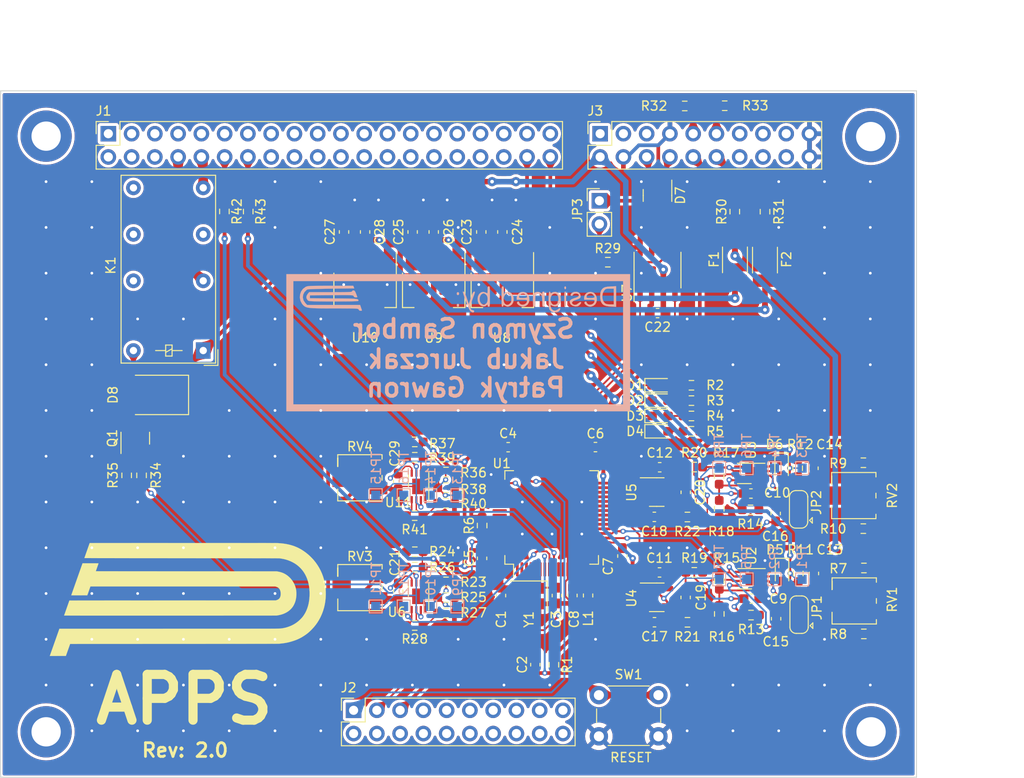
<source format=kicad_pcb>
(kicad_pcb (version 20221018) (generator pcbnew)
  (title_block (title "Accelerator Pedal Position Sensor") (date "2023-05-02") (rev "2.0") (company "S. Sambor") (comment 1 "J. Jurczak") (comment 2 "P. Gawron") (comment 3 "I. Kajdan"))
  (layers (0 "F.Cu" signal) (31 "B.Cu" signal) (34 "B.Paste" user) (35 "F.Paste" user) (36 "B.SilkS" user "B.Silkscreen") (37 "F.SilkS" user "F.Silkscreen") (38 "B.Mask" user) (39 "F.Mask" user) (44 "Edge.Cuts" user))
  (net 0 "")
  (net 1 "GND")
  (net 2 "/3V3_SYS")
  (net 3 "/3V3_A")
  (net 4 "+24V")
  (net 5 "+5V")
  (net 6 "/XTAL1")
  (net 7 "/XTAL2")
  (net 8 "/DAC_REF1")
  (net 9 "/SENSOR1")
  (net 10 "Net-(C19-Pad1)")
  (net 11 "/SENSOR2")
  (net 12 "3V3_POT2")
  (net 13 "3V3_POT1")
  (net 14 "Net-(U4-+)")
  (net 15 "/LED3")
  (net 16 "/LED2")
  (net 17 "/LED1")
  (net 18 "CAN-H")
  (net 19 "Net-(U5-+)")
  (net 20 "Net-(C20-Pad1)")
  (net 21 "CAN-L")
  (net 22 "/DAC_REF2")
  (net 23 "Net-(D1-A)")
  (net 24 "Net-(D2-A)")
  (net 25 "Net-(D3-A)")
  (net 26 "SIG_APPS1")
  (net 27 "SIG_APPS2")
  (net 28 "Net-(D4-A)")
  (net 29 "/Power/VO_POT1")
  (net 30 "Net-(D8-A)")
  (net 35 "SAFETY-IN")
  (net 37 "SAFETY-OUT")
  (net 42 "/Power/VO_POT2")
  (net 44 "BRK_PRESS_LEFT")
  (net 67 "SWD")
  (net 69 "CLK")
  (net 71 "NRST")
  (net 95 "Net-(J3-Pin_12)")
  (net 96 "Net-(J3-Pin_11)")
  (net 97 "Net-(J3-Pin_10)")
  (net 102 "/EN_RELAY")
  (net 103 "Net-(J3-Pin_9)")
  (net 106 "Net-(JP2-C)")
  (net 107 "Net-(JP1-C)")
  (net 108 "Net-(Q1-G)")
  (net 109 "Net-(U1-PH3-BOOT)")
  (net 110 "Net-(JP3-Pad2)")
  (net 111 "Net-(R7-Pad2)")
  (net 112 "Net-(R8-Pad1)")
  (net 113 "Net-(R9-Pad2)")
  (net 114 "BRK_PRESS_RIGHT")
  (net 115 "Net-(R10-Pad1)")
  (net 116 "Net-(U2-EN)")
  (net 117 "Net-(U3-EN)")
  (net 118 "Net-(U2-FG)")
  (net 119 "Net-(R15-Pad2)")
  (net 143 "/CAN_RX")
  (net 144 "/LED4")
  (net 146 "/CAN_TX")
  (net 154 "Net-(U6A-+)")
  (net 155 "Net-(U6A--)")
  (net 159 "Net-(U3-FG)")
  (net 160 "Net-(R17-Pad2)")
  (net 161 "Net-(R24-Pad2)")
  (net 162 "Net-(U6B-+)")
  (net 163 "Net-(U6B--)")
  (net 164 "/BRAKE_PRESSURE1")
  (net 165 "Net-(U11A-+)")
  (net 166 "Net-(U11A--)")
  (net 167 "Net-(R37-Pad2)")
  (net 168 "Net-(U11B-+)")
  (net 169 "Net-(U11B--)")
  (net 170 "/BRAKE_PRESSURE2")
  (net 171 "Net-(J1-Pin_12)")
  (net 172 "Net-(J1-Pin_14)")
  (net 173 "Net-(JP1-B)")
  (net 174 "Net-(JP2-B)")
  (footprint "Logos:PUTM_LOGO_35mm" (layer "F.Cu") (at 118.558347 121.322129)
    (fp_text reference "G***" hide)
    (fp_text value "LOGO" hide)
  )
  (footprint "Resistor_SMD:R_0603_1608Metric_Pad0.98x0.95mm_HandSolder" (layer "F.Cu") (at 177.505 111.74 90)
    (fp_text reference "R18")
    (fp_text value "TBD")
  )
  (footprint "Resistor_SMD:R_0603_1608Metric_Pad0.98x0.95mm_HandSolder" (layer "F.Cu") (at 174.03 112.64 180)
    (fp_text reference "R22")
    (fp_text value "4k7")
  )
  (footprint "Capacitor_SMD:C_0603_1608Metric_Pad1.08x0.95mm_HandSolder" (layer "F.Cu") (at 173.835 121.43 -90)
    (fp_text reference "C19")
    (fp_text value "100n")
  )
  (footprint "Resistor_SMD:R_0603_1608Metric_Pad0.98x0.95mm_HandSolder" (layer "F.Cu") (at 174.471 99.9232)
    (fp_text reference "R3")
    (fp_text value "300R")
  )
  (footprint "Potentiometer_SMD:Potentiometer_Bourns_3214J_Horizontal" (layer "F.Cu") (at 138.27 108.355)
    (fp_text reference "RV4")
    (fp_text value "2k")
  )
  (footprint "Resistor_SMD:R_0603_1608Metric_Pad0.98x0.95mm_HandSolder" (layer "F.Cu") (at 177.495 108.145 90)
    (fp_text reference "R17")
    (fp_text value "TBD")
  )
  (footprint "Resistor_SMD:R_0603_1608Metric_Pad0.98x0.95mm_HandSolder" (layer "F.Cu") (at 182.5022 79.2796 90)
    (fp_text reference "R31")
    (fp_text value "0R")
  )
  (footprint "Resistor_SMD:R_0603_1608Metric_Pad0.98x0.95mm_HandSolder" (layer "F.Cu") (at 114.4268 108.0896 -90)
    (fp_text reference "R34")
    (fp_text value "100R")
  )
  (footprint "Package_TO_SOT_SMD:SOT-23" (layer "F.Cu") (at 113.741 104.0288 90)
    (fp_text reference "Q1")
    (fp_text value "BSS138")
  )
  (footprint "Resistor_SMD:R_0603_1608Metric_Pad0.98x0.95mm_HandSolder" (layer "F.Cu") (at 186.07 107.31 90)
    (fp_text reference "R12")
    (fp_text value "100k")
  )
  (footprint "Resistor_SMD:R_0603_1608Metric_Pad0.98x0.95mm_HandSolder" (layer "F.Cu") (at 147.68 111.135)
    (fp_text reference "R40")
    (fp_text value "TBD")
  )
  (footprint "Resistor_SMD:R_0603_1608Metric_Pad0.98x0.95mm_HandSolder" (layer "F.Cu") (at 112.8012 108.0896 -90)
    (fp_text reference "R35")
    (fp_text value "10k")
  )
  (footprint "Capacitor_SMD:C_0603_1608Metric_Pad1.08x0.95mm_HandSolder" (layer "F.Cu") (at 187.843733 118.81 90)
    (fp_text reference "C13")
    (fp_text value "10n")
  )
  (footprint "Capacitor_SMD:C_0603_1608Metric_Pad1.08x0.95mm_HandSolder" (layer "F.Cu") (at 170.985 118.695 180)
    (fp_text reference "C11")
    (fp_text value "100n")
  )
  (footprint "Capacitor_SMD:C_0603_1608Metric_Pad1.08x0.95mm_HandSolder" (layer "F.Cu") (at 136.5362 81.4958 90)
    (fp_text reference "C27")
    (fp_text value "100n")
  )
  (footprint "Capacitor_SMD:C_0603_1608Metric_Pad1.08x0.95mm_HandSolder" (layer "F.Cu") (at 161.475 121.215 -90)
    (fp_text reference "C8")
    (fp_text value "100n")
  )
  (footprint "Resistor_SMD:R_0603_1608Metric_Pad0.98x0.95mm_HandSolder" (layer "F.Cu") (at 165.3375 84.8)
    (fp_text reference "R29")
    (fp_text value "120R")
  )
  (footprint "Resistor_SMD:R_0603_1608Metric_Pad0.98x0.95mm_HandSolder" (layer "F.Cu") (at 151.6146 113.572 -90)
    (fp_text reference "R6")
    (fp_text value "10k")
  )
  (footprint "Resistor_SMD:R_0603_1608Metric_Pad0.98x0.95mm_HandSolder" (layer "F.Cu") (at 180.975 123.355)
    (fp_text reference "R13")
    (fp_text value "0R")
  )
  (footprint "Package_QFP:LQFP-64_10x10mm_P0.5mm" (layer "F.Cu") (at 159.207 112.687 90)
    (fp_text reference "U1")
    (fp_text value "STM32L4P5RET6")
  )
  (footprint "Package_TO_SOT_SMD:SOT-223-3_TabPin2" (layer "F.Cu") (at 153.8222 87.8458 -90)
    (fp_text reference "U8")
    (fp_text value "LM1117-3.3")
  )
  (footprint "Capacitor_SMD:C_0603_1608Metric_Pad1.08x0.95mm_HandSolder" (layer "F.Cu") (at 157.425 128.775 90)
    (fp_text reference "C2")
    (fp_text value "100n")
  )
  (footprint "Package_SO:SOIC-8_3.9x4.9mm_P1.27mm" (layer "F.Cu") (at 170.764 85.6614 90)
    (fp_text reference "U7")
    (fp_text value "MCP2562-H-SN")
  )
  (footprint "Capacitor_SMD:C_0603_1608Metric_Pad1.08x0.95mm_HandSolder" (layer "F.Cu") (at 146.3292 81.4958 90)
    (fp_text reference "C26")
    (fp_text value "100n")
  )
  (footprint "LED_SMD:LED_0603_1608Metric_Pad1.05x0.95mm_HandSolder" (layer "F.Cu") (at 171.042 103.2748)
    (fp_text reference "D4")
    (fp_text value "LED")
  )
  (footprint "Capacitor_SMD:C_0603_1608Metric_Pad1.08x0.95mm_HandSolder" (layer "F.Cu") (at 171.005 107.205 180)
    (fp_text reference "C12")
    (fp_text value "100n")
  )
  (footprint "Resistor_SMD:R_0603_1608Metric_Pad0.98x0.95mm_HandSolder" (layer "F.Cu") (at 147.675 123.135)
    (fp_text reference "R27")
    (fp_text value "TBD")
  )
  (footprint "Resistor_SMD:R_0603_1608Metric_Pad0.98x0.95mm_HandSolder" (layer "F.Cu") (at 147.675 119.735)
    (fp_text reference "R23")
    (fp_text value "1k")
  )
  (footprint "Package_DFN_QFN:DFN-8-1EP_3x2mm_P0.5mm_EP1.7x1.4mm" (layer "F.Cu") (at 144.68 109.3 90)
    (fp_text reference "U11")
    (fp_text value "MCP6002-xMC")
  )
  (footprint "Resistor_SMD:R_0603_1608Metric_Pad0.98x0.95mm_HandSolder" (layer "F.Cu") (at 193.293733 125.41 180)
    (fp_text reference "R8")
    (fp_text value "33k")
  )
  (footprint "Package_TO_SOT_SMD:SOT-23-5" (layer "F.Cu") (at 170.68 109.915)
    (fp_text reference "U5")
    (fp_text value "MCP6001")
  )
  (footprint "Capacitor_SMD:C_0603_1608Metric_Pad1.08x0.95mm_HandSolder" (layer "F.Cu") (at 173.845 109.94 -90)
    (fp_text reference "C20")
    (fp_text value "100n")
  )
  (footprint "Package_DFN_QFN:DFN-8-1EP_3x2mm_P0.5mm_EP1.7x1.4mm" (layer "F.Cu") (at 144.675 121.305 90)
    (fp_text reference "U6")
    (fp_text value "MCP6002-xMC")
  )
  (footprint "Resistor_SMD:R_0603_1608Metric_Pad0.98x0.95mm_HandSolder" (layer "F.Cu") (at 126.075 79.265 90)
    (fp_text reference "R43")
    (fp_text value "0R")
  )
  (footprint "Capacitor_SMD:C_0603_1608Metric_Pad1.08x0.95mm_HandSolder" (layer "F.Cu") (at 151.6108 117.159 90)
    (fp_text reference "C5")
    (fp_text value "100n")
  )
  (footprint "Package_DFN_QFN:TDFN-8-1EP_3x2mm_P0.5mm_EP1.3x1.4mm" (layer "F.Cu") (at 180.99 107.88 180)
    (fp_text reference "U3")
    (fp_text value "MCP6N11-005\n")
  )
  (footprint "Resistor_SMD:R_0603_1608Metric_Pad0.98x0.95mm_HandSolder" (layer "F.Cu") (at 174.035 124.145 180)
    (fp_text reference "R21")
    (fp_text value "4k7")
  )
  (footprint "Capacitor_SMD:C_0603_1608Metric_Pad1.08x0.95mm_HandSolder" (layer "F.Cu") (at 170.435 124.135)
    (fp_text reference "C17")
    (fp_text value "100n")
  )
  (footprint "Jumper:SolderJumper-3_P1.3mm_Bridged12_RoundedPad1.0x1.5mm" (layer "F.Cu") (at 186.17 111.805 90)
    (fp_text reference "JP2")
    (fp_text value "POT/DAC")
  )
  (footprint "Potentiometer_SMD:Potentiometer_Bourns_3214J_Horizontal" (layer "F.Cu") (at 138.275 120.355)
    (fp_text reference "RV3")
    (fp_text value "2k")
  )
  (footprint "Resistor_SMD:R_0603_1608Metric_Pad0.98x0.95mm_HandSolder" (layer "F.Cu") (at 174.78 118.69 180)
    (fp_text reference "R19")
    (fp_text value "4k7")
  )
  (footprint "Capacitor_SMD:C_0603_1608Metric_Pad1.08x0.95mm_HandSolder" (layer "F.Cu") (at 142.455 120.755 -90)
    (fp_text reference "C21")
    (fp_text value "100n")
  )
  (footprint "Capacitor_SMD:C_0603_1608Metric_Pad1.08x0.95mm_HandSolder" (layer "F.Cu") (at 144.0292 81.4958 90)
    (fp_text reference "C25")
    (fp_text value "100n")
  )
  (footprint "Inductor_SMD:L_0603_1608Metric_Pad1.05x0.95mm_HandSolder" (layer "F.Cu") (at 163.185 121.215 90)
    (fp_text reference "L1")
    (fp_text value "10u")
  )
  (footprint "" (layer "F.Cu") (at 104.009 71.0272)
    (fp_text reference "")
    (fp_text value "")
  )
  (footprint "Connector_PinSocket_2.54mm:PinSocket_2x20_P2.54mm_Vertical" (layer "F.Cu") (at 110.8 70.76 90)
    (fp_text reference "J1")
    (fp_text value "Signals")
  )
  (footprint "Diode_SMD:D_0603_1608Metric_Pad1.05x0.95mm_HandSolder" (layer "F.Cu") (at 184.363733 118.815 -90)
    (fp_text reference "D5")
    (fp_text value "D_TVS")
  )
  (footprint "Potentiometer_SMD:Potentiometer_Bourns_3214J_Horizontal" (layer "F.Cu") (at 192.243733 121.81)
    (fp_text reference "RV1")
    (fp_text value "1k")
  )
  (footprint "Crystal:Crystal_SMD_3225-4Pin_3.2x2.5mm" (layer "F.Cu") (at 156.725 121.279 180)
    (fp_text reference "Y1")
    (fp_text value "8Mhz")
  )
  (footprint "Resistor_SMD:R_0603_1608Metric_Pad0.98x0.95mm_HandSolder" (layer "F.Cu") (at 144.265 116.435 180)
    (fp_text reference "R24")
    (fp_text value "10k")
  )
  (footprint "Diode_SMD:D_SMB" (layer "F.Cu") (at 115.9 99.3025 180)
    (fp_text reference "D8")
    (fp_text value "DIODE")
  )
  (footprint "Package_TO_SOT_SMD:SOT-223-3_TabPin2" (layer "F.Cu") (at 138.8362 87.8458 -90)
    (fp_text reference "U10")
    (fp_text value "LM1117-3.3")
  )
  (footprint "Resistor_SMD:R_0603_1608Metric_Pad0.98x0.95mm_HandSolder" (layer "F.Cu") (at 177.513733 119.61 90)
    (fp_text reference "R15")
    (fp_text value "TBD")
  )
  (footprint "Resistor_SMD:R_0603_1608Metric_Pad0.98x0.95mm_HandSolder" (layer "F.Cu") (at 144.26 104.435 180)
    (fp_text reference "R37")
    (fp_text value "10k")
  )
  (footprint "Resistor_SMD:R_0603_1608Metric_Pad0.98x0.95mm_HandSolder" (layer "F.Cu") (at 174.775 107.185 180)
    (fp_text reference "R20")
    (fp_text value "4k7")
  )
  (footprint "Resistor_SMD:R_0603_1608Metric_Pad0.98x0.95mm_HandSolder" (layer "F.Cu") (at 144.255 124.495)
    (fp_text reference "R28")
    (fp_text value "TBD")
  )
  (footprint "Resistor_SMD:R_0603_1608Metric_Pad0.98x0.95mm_HandSolder" (layer "F.Cu") (at 147.675 121.435 180)
    (fp_text reference "R25")
    (fp_text value "2k")
  )
  (footprint "LED_SMD:LED_0603_1608Metric_Pad1.05x0.95mm_HandSolder" (layer "F.Cu") (at 171.042 99.9232)
    (fp_text reference "D2")
    (fp_text value "LED")
  )
  (footprint "Resistor_SMD:R_0603_1608Metric_Pad0.98x0.95mm_HandSolder" (layer "F.Cu") (at 193.245 106.71)
    (fp_text reference "R9")
    (fp_text value "10k")
  )
  (footprint "Resistor_SMD:R_0603_1608Metric_Pad0.98x0.95mm_HandSolder" (layer "F.Cu") (at 147.675 107.73)
    (fp_text reference "R36")
    (fp_text value "1k")
  )
  (footprint "Resistor_SMD:R_0603_1608Metric_Pad0.98x0.95mm_HandSolder" (layer "F.Cu") (at 177.51 123.23 90)
    (fp_text reference "R16")
    (fp_text value "TBD")
  )
  (footprint "Resistor_SMD:R_0603_1608Metric_Pad0.98x0.95mm_HandSolder" (layer "F.Cu") (at 123.475 79.255 90)
    (fp_text reference "R42")
    (fp_text value "0R")
  )
  (footprint "MountingHole:MountingHole_3.2mm_M3_DIN965_Pad" (layer "F.Cu") (at 194.046008 71.073201)
    (fp_text reference "" hide)
    (fp_text value "MountingHole_3.2mm_M3_DIN965_Pad")
  )
  (footprint "Resistor_SMD:R_0603_1608Metric_Pad0.98x0.95mm_HandSolder" (layer "F.Cu") (at 159.45 128.78 90)
    (fp_text reference "R1")
    (fp_text value "10k")
  )
  (footprint "Package_TO_SOT_SMD:SOT-23-5" (layer "F.Cu") (at 170.685 121.415)
    (fp_text reference "U4")
    (fp_text value "MCP6001")
  )
  (footprint "Resistor_SMD:R_0603_1608Metric_Pad0.98x0.95mm_HandSolder" (layer "F.Cu") (at 144.26 106.115)
    (fp_text reference "R39")
    (fp_text value "2k")
  )
  (footprint "Jumper:SolderJumper-3_P1.3mm_Bridged12_RoundedPad1.0x1.5mm" (layer "F.Cu") (at 186.223733 123.31 90)
    (fp_text reference "JP1")
    (fp_text value "POT/DAC")
  )
  (footprint "Capacitor_SMD:C_0603_1608Metric_Pad1.08x0.95mm_HandSolder" (layer "F.Cu") (at 153.675 121.224 90)
    (fp_text reference "C1")
    (fp_text value "22p")
  )
  (footprint "Capacitor_SMD:C_0603_1608Metric_Pad1.08x0.95mm_HandSolder" (layer "F.Cu") (at 187.795 107.315 90)
    (fp_text reference "C14")
    (fp_text value "10n")
  )
  (footprint "" (layer "F.Cu") (at 194.085 136.1096)
    (fp_text reference "")
    (fp_text value "")
  )
  (footprint "Resistor_SMD:R_0603_1608Metric_Pad0.98x0.95mm_HandSolder" (layer "F.Cu") (at 193.303733 118.21)
    (fp_text reference "R7")
    (fp_text value "10k")
  )
  (footprint "Connector_PinSocket_2.54mm:PinSocket_2x10_P2.54mm_Vertical" (layer "F.Cu") (at 164.5 70.76 90)
    (fp_text reference "J3")
    (fp_text value "Power & CAN")
  )
  (footprint "Capacitor_SMD:C_0603_1608Metric_Pad1.08x0.95mm_HandSolder" (layer "F.Cu") (at 138.8362 81.4958 90)
    (fp_text reference "C28")
    (fp_text value "100n")
  )
  (footprint "Resistor_SMD:R_0603_1608Metric_Pad0.98x0.95mm_HandSolder" (layer "F.Cu") (at 180.92 111.86)
    (fp_text reference "R14")
    (fp_text value "0R")
  )
  (footprint "Diode_SMD:D_0603_1608Metric_Pad1.05x0.95mm_HandSolder" (layer "F.Cu") (at 184.315 107.31 -90)
    (fp_text reference "D6")
    (fp_text value "D_TVS")
  )
  (footprint "Capacitor_SMD:C_0603_1608Metric_Pad1.08x0.95mm_HandSolder" (layer "F.Cu") (at 142.45 108.755 -90)
    (fp_text reference "C29")
    (fp_text value "100n")
  )
  (footprint "Capacitor_SMD:C_0603_1608Metric_Pad1.08x0.95mm_HandSolder" (layer "F.Cu") (at 170.42 112.625)
    (fp_text reference "C18")
    (fp_text value "100n")
  )
  (footprint "Fuse:Fuse_2010_5025Metric" (layer "F.Cu") (at 182.4988 84.5692 -90)
    (fp_text reference "F2")
    (fp_text value "Fuse")
  )
  (footprint "Resistor_SMD:R_0603_1608Metric_Pad0.98x0.95mm_HandSolder" (layer "F.Cu") (at 147.675 109.44 180)
    (fp_text reference "R38")
    (fp_text value "2k")
  )
  (footprint "Package_TO_SOT_SMD:SOT-23" (layer "F.Cu") (at 170.764 77.508 -90)
    (fp_text reference "D7")
    (fp_text value "PESD2CAN.215")
  )
  (footprint "Resistor_SMD:R_0603_1608Metric_Pad0.98x0.95mm_HandSolder" (layer "F.Cu") (at 174.471 103.2748 180)
    (fp_text reference "R5")
    (fp_text value "300R")
  )
  (footprint "Resistor_SMD:R_0603_1608Metric_Pad0.98x0.95mm_HandSolder" (layer "F.Cu") (at 174.471 101.5996)
    (fp_text reference "R4")
    (fp_text value "300R")
  )
  (footprint "" (layer "F.Cu") (at 104.009 136.1096)
    (fp_text reference "")
    (fp_text value "")
  )
  (footprint "Resistor_SMD:R_0603_1608Metric_Pad0.98x0.95mm_HandSolder" (layer "F.Cu") (at 144.25 112.49)
    (fp_text reference "R41")
    (fp_text value "TBD")
  )
  (footprint "Button_Switch_THT:SW_PUSH_6mm" (layer "F.Cu") (at 170.8644 136.6032 180)
    (fp_text reference "SW1")
    (fp_text value "SW_Push")
  )
  (footprint "Connector_PinHeader_2.54mm:PinHeader_1x02_P2.54mm_Vertical" (layer "F.Cu") (at 164.4194 78.0872)
    (fp_text reference "JP3")
    (fp_text value "Terminator")
  )
  (footprint "Relay_THT:Relay_DPDT_Finder_30.22" (layer "F.Cu") (at 121.1615 94.4535 90)
    (fp_text reference "K1")
    (fp_text value "FINDER-30.22")
  )
  (footprint "Capacitor_SMD:C_0603_1608Metric_Pad1.08x0.95mm_HandSolder" (layer "F.Cu") (at 180.965 110.075)
    (fp_text reference "C10")
    (fp_text value "100n")
  )
  (footprint "Resistor_SMD:R_0603_1608Metric_Pad0.98x0.95mm_HandSolder" (layer "F.Cu") (at 144.265 118.115)
    (fp_text reference "R26")
    (fp_text value "2k")
  )
  (footprint "Resistor_SMD:R_0603_1608Metric_Pad0.98x0.95mm_HandSolder" (layer "F.Cu") (at 178.1027 67.7036 180)
    (fp_text reference "R33")
    (fp_text value "220R")
  )
  (footprint "Package_TO_SOT_SMD:SOT-223-3_TabPin2" (layer "F.Cu") (at 146.3292 87.8458 -90)
    (fp_text reference "U9")
    (fp_text value "LM1117-3.3")
  )
  (footprint "Capacitor_SMD:C_0603_1608Metric_Pad1.08x0.95mm_HandSolder" (layer "F.Cu") (at 151.5222 81.4958 90)
    (fp_text reference "C23")
    (fp_text value "100n")
  )
  (footprint "Capacitor_SMD:C_0603_1608Metric_Pad1.08x0.95mm_HandSolder" (layer "F.Cu") (at 159.775 121.224 -90)
    (fp_text reference "C3")
    (fp_text value "22p")
  )
  (footprint "Capacitor_SMD:C_0603_1608Metric_Pad1.08x0.95mm_HandSolder" (layer "F.Cu") (at 181.013733 121.56)
    (fp_text reference "C9")
    (fp_text value "100n")
  )
  (footprint "Resistor_SMD:R_0603_1608Metric_Pad0.98x0.95mm_HandSolder" (layer "F.Cu") (at 173.7377 67.729)
    (fp_text reference "R32")
    (fp_text value "0R")
  )
  (footprint "Resistor_SMD:R_0603_1608Metric_Pad0.98x0.95mm_HandSolder" (layer "F.Cu") (at 179.2022 79.2742 90)
    (fp_text reference "R30")
    (fp_text value "220R")
  )
  (footprint "Package_DFN_QFN:TDFN-8-1EP_3x2mm_P0.5mm_EP1.3x1.4mm" (layer "F.Cu") (at 181.035 119.385 180)
    (fp_text reference "U2")
    (fp_text value "MCP6N11-005\n")
  )
  (footprint "Capacitor_SMD:C_0603_1608Metric_Pad1.08x0.95mm_HandSolder" (layer "F.Cu") (at 154.4572 105.0122)
    (fp_text reference "C4")
    (fp_text value "100n")
  )
  (footprint "LED_SMD:LED_0603_1608Metric_Pad1.05x0.95mm_HandSolder" (layer "F.Cu") (at 171.042 98.2472)
    (fp_text reference "D1")
    (fp_text value "LED")
  )
  (footprint "Resistor_SMD:R_0603_1608Metric_Pad0.98x0.95mm_HandSolder" (layer "F.Cu") (at 174.471 98.2472 180)
    (fp_text reference "R2")
    (fp_text value "300R")
  )
  (footprint "Resistor_SMD:R_0603_1608Metric_Pad0.98x0.95mm_HandSolder" (layer "F.Cu") (at 186.133733 118.81 90)
    (fp_text reference "R11")
    (fp_text value "100k")
  )
  (footprint "Resistor_SMD:R_0603_1608Metric_Pad0.98x0.95mm_HandSolder" (layer "F.Cu") (at 193.238733 113.91 180)
    (fp_text reference "R10")
    (fp_text value "33k")
  )
  (footprint "Fuse:Fuse_2010_5025Metric" (layer "F.Cu") (at 179.2222 84.5438 -90)
    (fp_text reference "F1")
    (fp_text value "Fuse")
  )
  (footprint "Capacitor_SMD:C_0603_1608Metric_Pad1.08x0.95mm_HandSolder" (layer "F.Cu") (at 170.774 90.359 180)
    (fp_text reference "C22")
    (fp_text value "100n")
  )
  (footprint "Capacitor_SMD:C_0603_1608Metric_Pad1.08x0.95mm_HandSolder" (layer "F.Cu") (at 183.715 123.755 90)
    (fp_text reference "C15")
    (fp_text value "10n")
  )
  (footprint "Capacitor_SMD:C_0603_1608Metric_Pad1.08x0.95mm_HandSolder" (layer "F.Cu") (at 163.9875 105 180)
    (fp_text reference "C6")
    (fp_text value "100n")
  )
  (footprint "Capacitor_SMD:C_0603_1608Metric_Pad1.08x0.95mm_HandSolder" (layer "F.Cu") (at 183.67 112.255 90)
    (fp_text reference "C16")
    (fp_text value "10n")
  )
  (footprint "Capacitor_SMD:C_0603_1608Metric_Pad1.08x0.95mm_HandSolder" (layer "F.Cu") (at 153.8222 81.4958 90)
    (fp_text reference "C24")
    (fp_text value "100n")
  )
  (footprint "Connector_PinSocket_2.54mm:PinSocket_2x10_P2.54mm_Vertical" (layer "F.Cu") (at 137.58 133.76 90)
    (fp_text reference "J2")
    (fp_text value "Diagnostics")
  )
  (footprint "Capacitor_SMD:C_0603_1608Metric_Pad1.08x0.95mm_HandSolder" (layer "F.Cu") (at 166.9286 116.9034 -90)
    (fp_text reference "C7")
    (fp_text value "100n")
  )
  (footprint "Potentiometer_SMD:Potentiometer_Bourns_3214J_Horizontal" (layer "F.Cu") (at 192.195 110.3)
    (fp_text reference "RV2")
    (fp_text value "1k")
  )
  (footprint "LED_SMD:LED_0603_1608Metric_Pad1.05x0.95mm_HandSolder" (layer "F.Cu") (at 171.042 101.5996)
    (fp_text reference "D3")
    (fp_text value "LED")
  )
  (footprint "Logos:SignatureBox37mm" (layer "B.Cu") (at 149.0356 93.5982 180)
    (fp_text reference "G***" hide)
    (fp_text value "LOGO" hide)
  )
  (footprint "TestPoint:TestPoint_Pad_1.0x1.0mm" (layer "B.Cu") (at 183.55 107.3 180)
    (fp_text reference "TP4")
    (fp_text value "N2")
  )
  (footprint "TestPoint:TestPoint_Pad_1.0x1.0mm" (layer "B.Cu") (at 143.05 110.26 -90)
    (fp_text reference "TP16")
    (fp_text value "OUT")
  )
  (footprint "TestPoint:TestPoint_Pad_1.0x1.0mm" (layer "B.Cu") (at 145.95 110.26 -90)
    (fp_text reference "TP14")
    (fp_text value "~")
  )
  (footprint "TestPoint:TestPoint_Pad_1.0x1.0mm" (layer "B.Cu") (at 145.95 122.41 -90)
    (fp_text reference "TP10")
    (fp_text value "~")
  )
  (footprint "TestPoint:TestPoint_Pad_1.0x1.0mm" (layer "B.Cu") (at 186.55 119.45 180)
    (fp_text reference "TP1")
    (fp_text value "P1")
  )
  (footprint "TestPoint:TestPoint_Pad_1.0x1.0mm" (layer "B.Cu") (at 183.55 119.45 180)
    (fp_text reference "TP2")
    (fp_text value "N1")
  )
  (footprint "TestPoint:TestPoint_Pad_1.0x1.0mm" (layer "B.Cu") (at 140 122.41 -90)
    (fp_text reference "TP11")
    (fp_text value "~")
  )
  (footprint "TestPoint:TestPoint_Pad_1.0x1.0mm" (layer "B.Cu") (at 177.5 119.45 180)
    (fp_text reference "TP7")
    (fp_text value "F1")
  )
  (footprint "TestPoint:TestPoint_Pad_1.0x1.0mm" (layer "B.Cu") (at 180.5 107.3 180)
    (fp_text reference "TP6")
    (fp_text value "O2")
  )
  (footprint "TestPoint:TestPoint_Pad_1.0x1.0mm" (layer "B.Cu") (at 140 110.26 -90)
    (fp_text reference "TP15")
    (fp_text value "~")
  )
  (footprint "TestPoint:TestPoint_Pad_1.0x1.0mm" (layer "B.Cu") (at 177.5 107.3 180)
    (fp_text reference "TP8")
    (fp_text value "F2")
  )
  (footprint "TestPoint:TestPoint_Pad_1.0x1.0mm" (layer "B.Cu") (at 180.5 119.45 180)
    (fp_text reference "TP5")
    (fp_text value "O1")
  )
  (footprint "TestPoint:TestPoint_Pad_1.0x1.0mm" (layer "B.Cu") (at 148.9 110.26 -90)
    (fp_text reference "TP13")
    (fp_text value "~")
  )
  (footprint "TestPoint:TestPoint_Pad_1.0x1.0mm" (layer "B.Cu") (at 143.05 122.41 -90)
    (fp_text reference "TP12")
    (fp_text value "OUT")
  )
  (footprint "TestPoint:TestPoint_Pad_1.0x1.0mm" (layer "B.Cu") (at 148.9 122.41 -90)
    (fp_text reference "TP9")
    (fp_text value "~")
  )
  (footprint "TestPoint:TestPoint_Pad_1.0x1.0mm" (layer "B.Cu") (at 186.55 107.3 180)
    (fp_text reference "TP3")
    (fp_text value "P2")
  )
  (gr_line (start 99.046008 66.073201) (end 99.046008 141.073201) (stroke (width 0.1)) (layer "Edge.Cuts"))
  (gr_line (start 199.046008 141.073201) (end 199.046008 66.073201) (stroke (width 0.1)) (layer "Edge.Cuts"))
  (gr_line (start 199.046008 66.073201) (end 99.046008 66.073201) (stroke (width 0.1)) (layer "Edge.Cuts"))
  (gr_line (start 99.046008 141.073201) (end 199.046008 141.073201) (stroke (width 0.1)) (layer "Edge.Cuts"))
  (gr_text "Szymon Sambor" (at 149.6076 92.0742) (layer "B.SilkS") (effects (font (size 2 2) (thickness 0.4)) (justify mirror)))
  (gr_text "Jakub Jurczak" (at 149.8776 95.3762) (layer "B.SilkS") (effects (font (size 2 2) (thickness 0.4)) (justify mirror)))
  (gr_text "Patryk Gawron" (at 149.8268 98.5004) (layer "B.SilkS") (effects (font (size 2 2) (thickness 0.4)) (justify mirror)))
  (gr_text "APPS" (at 119.0954 132.5764) (layer "F.SilkS") (effects (font (size 5 5) (thickness 1))))
  (gr_text "RESET" (at 165.5 139.5) (layer "F.SilkS") (effects (font (size 1 1)) (justify left bottom)))
  (gr_text "Rev: 2.0" (at 114.3 139) (layer "F.SilkS") (effects (font (size 1.5 1.5) (thickness 0.3) bold) (justify left bottom)))
  (segment (start 183.67 111.3925) (end 183.67 110.92) (width 0.2) (layer "F.Cu") (net 1))
  (segment (start 182.97 107.13) (end 182.4525 107.13) (width 0.2) (layer "F.Cu") (net 1))
  (segment (start 160.7 119.7) (end 160.7 121.3025) (width 0.2) (layer "F.Cu") (net 1))
  (segment (start 164.882 115.937) (end 165.722006 115.937) (width 0.2) (layer "F.Cu") (net 1))
  (segment (start 182.825 110.075) (end 181.8275 110.075) (width 0.2) (layer "F.Cu") (net 1))
  (segment (start 170.129 90.1415) (end 169.9115 90.359) (width 0.2) (layer "F.Cu") (net 1))
  (segment (start 183.15 118.5) (end 183.15 117.6) (width 0.2) (layer "F.Cu") (net 1))
  (segment (start 183.15 117.6) (end 182.95 117.4) (width 0.2) (layer "F.Cu") (net 1))
  (segment (start 160.957 119.443) (end 160.7 119.7) (width 0.2) (layer "F.Cu") (net 1))
  (segment (start 155.957 105.6495) (end 155.3197 105.0122) (width 0.2) (layer "F.Cu") (net 1))
  (segment (start 169.5425 109.915) (end 169.193604 109.915) (width 0.2) (layer "F.Cu") (net 1))
  (segment (start 180.24 107.13) (end 180.99 107.88) (width 0.2) (layer "F.Cu") (net 1))
  (segment (start 182.95 117.4) (end 182.5 117.4) (width 0.2) (layer "F.Cu") (net 1))
  (segment (start 169.193604 109.915) (end 168.25 110.858604) (width 0.2) (layer "F.Cu") (net 1))
  (segment (start 151.587 116.4727) (end 151.5605 116.4462) (width 0.2) (layer "F.Cu") (net 1))
  (segment (start 155.957 108.457) (end 156.936999 109.436999) (width 0.2) (layer "F.Cu") (net 1))
  (segment (start 182.95 106) (end 183.15 106.2) (width 0.2) (layer "F.Cu") (net 1))
  (segment (start 170.85 72.03) (end 172.12 70.76) (width 0.4) (layer "F.Cu") (net 1))
  (segment (start 179.5275 107.13) (end 180.24 107.13) (width 0.2) (layer "F.Cu") (net 1))
  (segment (start 160.7 121.3025) (end 161.475 122.0775) (width 0.2) (layer "F.Cu") (net 1))
  (segment (start 166.05 116.85) (end 165.8 117.1) (width 0.2) (layer "F.Cu") (net 1))
  (segment (start 164.882 115.937) (end 153.5809 115.937001) (width 0.2) (layer "F.Cu") (net 1))
  (segment (start 183.715 122.371875) (end 183.715 122.8925) (width 0.2) (layer "F.Cu") (net 1))
  (segment (start 165.8 117.55) (end 166.0159 117.7659) (width 0.2) (layer "F.Cu") (net 1))
  (segment (start 142.7675 109.3) (end 144.68 109.3) (width 0.15) (layer "F.Cu") (net 1))
  (segment (start 155.957 107.012) (end 155.957 108.457) (width 0.2) (layer "F.Cu") (net 1))
  (segment (start 142.455 121.6175) (end 142.7675 121.305) (width 0.15) (layer "F.Cu") (net 1))
  (segment (start 183.15 106.95) (end 182.97 107.13) (width 0.2) (layer "F.Cu") (net 1))
  (segment (start 183.15 106.2) (end 183.15 106.95) (width 0.2) (layer "F.Cu") (net 1))
  (segment (start 168.25 110.858604) (end 168.25 111.5) (width 0.2) (layer "F.Cu") (net 1))
  (segment (start 151.9703 115.937) (end 151.6108 116.2965) (width 0.2) (layer "F.Cu") (net 1))
  (segment (start 153.532 115.937) (end 151.9703 115.937) (width 0.2) (layer "F.Cu") (net 1))
  (segment (start 182.4525 106) (end 182.95 106) (width 0.2) (layer "F.Cu") (net 1))
  (segment (start 166.9286 117.7659) (end 166.7341 117.7659) (width 0.4) (layer "F.Cu") (net 1))
  (segment (start 179.5725 118.635) (end 180.285 118.635) (width 0.2) (layer "F.Cu") (net 1))
  (segment (start 182.903125 121.56) (end 183.715 122.371875) (width 0.2) (layer "F.Cu") (net 1))
  (segment (start 142.45 109.6175) (end 142.7675 109.3) (width 0.15) (layer "F.Cu") (net 1))
  (segment (start 142.7675 121.305) (end 144.675 121.305) (width 0.15) (layer "F.Cu") (net 1))
  (segment (start 170.129 88.1364) (end 170.129 90.1415) (width 0.2) (layer "F.Cu") (net 1))
  (segment (start 163.75 109.436999) (end 164.8331 109.436999) (width 0.2) (layer "F.Cu") (net 1))
  (segment (start 144.68 109.3) (end 145.43 110.05) (width 0.15) (layer "F.Cu") (net 1))
  (segment (start 166.0159 117.7659) (end 166.9286 117.7659) (width 0.2) (layer "F.Cu") (net 1))
  (segment (start 166.05 116.264994) (end 166.05 116.85) (width 0.2) (layer "F.Cu") (net 1))
  (segment (start 182.4975 118.635) (end 183.015 118.635) (width 0.2) (layer "F.Cu") (net 1))
  (segment (start 156.936999 109.436999) (end 163.75 109.436999) (width 0.2) (layer "F.Cu") (net 1))
  (segment (start 140.27 109.505) (end 142.3375 109.505) (width 0.15) (layer "F.Cu") (net 1))
  (segment (start 140.275 121.505) (end 142.3425 121.505) (width 0.15) (layer "F.Cu") (net 1))
  (segment (start 180.285 118.635) (end 181.035 119.385) (width 0.2) (layer "F.Cu") (net 1))
  (segment (start 166.7341 117.7659) (end 166.7 117.8) (width 0.4) (layer "F.Cu") (net 1))
  (segment (start 170.764 78.4455) (end 170.85 78.3595) (width 0.4) (layer "F.Cu") (net 1))
  (segment (start 142.3425 121.505) (end 142.455 121.6175) (width 0.15) (layer "F.Cu") (net 1))
  (segment (start 181.876233 121.56) (end 182.903125 121.56) (width 0.2) (layer "F.Cu") (net 1))
  (segment (start 165.722006 115.937) (end 166.05 116.264994) (width 0.2) (layer "F.Cu") (net 1))
  (segment (start 163.125 105) (end 163.75 105.625) (width 0.2) (layer "F.Cu") (net 1))
  (segment (start 145.425 122.755) (end 145.425 122.055) (width 0.15) (layer "F.Cu") (net 1))
  (segment (start 145.425 122.055) (end 144.675 121.305) (width 0.15) (layer "F.Cu") (net 1))
  (segment (start 160.957 118.362) (end 160.957 119.443) (width 0.2) (layer "F.Cu") (net 1))
  (segment (start 165.8 117.1) (end 165.8 117.55) (width 0.2) (layer "F.Cu") (net 1))
  (segment (start 170.85 78.3595) (end 170.85 72.03) (width 0.4) (layer "F.Cu") (net 1))
  (segment (start 183.015 118.635) (end 183.15 118.5) (width 0.2) (layer "F.Cu") (net 1))
  (segment (start 142.3375 109.505) (end 142.45 109.6175) (width 0.15) (layer "F.Cu") (net 1))
  (segment (start 160.957 118.362) (end 160.957 115.957) (width 0.2) (layer "F.Cu") (net 1))
  (segment (start 155.957 107.012) (end 155.957 105.6495) (width 0.2) (layer "F.Cu") (net 1))
  (segment (start 145.43 110.05) (end 145.43 110.75) (width 0.15) (layer "F.Cu") (net 1))
  (segment (start 163.75 105.625) (end 163.75 109.436999) (width 0.2) (layer "F.Cu") (net 1))
  (segment (start 183.67 110.92) (end 182.825 110.075) (width 0.2) (layer "F.Cu") (net 1))
  (via (at 109 96) (size 0.56) (drill 0.3) (layers "F.Cu" "B.Cu") (net 1))
  (via (at 134 121) (size 0.56) (drill 0.3) (layers "F.Cu" "B.Cu") (net 1))
  (via (at 134 116) (size 0.56) (drill 0.3) (layers "F.Cu" "B.Cu") (net 1))
  (via (at 148.75 87.25) (size 0.7) (drill 0.3) (layers "F.Cu" "B.Cu") (net 1))
  (via (at 182.825 110.075) (size 0.56) (drill 0.3) (layers "F.Cu" "B.Cu") (net 1))
  (via (at 124 101) (size 0.56) (drill 0.3) (layers "F.Cu" "B.Cu") (net 1))
  (via (at 109 106) (size 0.56) (drill 0.3) (layers "F.Cu" "B.Cu") (net 1))
  (via (at 104 131) (size 0.56) (drill 0.3) (layers "F.Cu" "B.Cu") (net 1))
  (via (at 104 81) (size 0.56) (drill 0.3) (layers "F.Cu" "B.Cu") (net 1))
  (via (at 169 86) (size 0.56) (drill 0.3) (layers "F.Cu" "B.Cu") (net 1))
  (via (at 129 111) (size 0.56) (drill 0.3) (layers "F.Cu" "B.Cu") (net 1))
  (via (at 124 126) (size 0.56) (drill 0.3) (layers "F.Cu" "B.Cu") (net 1))
  (via (at 164 101) (size 0.56) (drill 0.3) (layers "F.Cu" "B.Cu") (net 1))
  (via (at 179 101) (size 0.56) (drill 0.3) (layers "F.Cu" "B.Cu") (net 1))
  (via (at 149 96) (size 0.56) (drill 0.3) (layers "F.Cu" "B.Cu") (net 1))
  (via (at 109 91) (size 0.56) (drill 0.3) (layers "F.Cu" "B.Cu") (net 1))
  (via (at 104 101) (size 0.56) (drill 0.3) (layers "F.Cu" "B.Cu") (net 1))
  (via (at 179 131) (size 0.56) (drill 0.3) (layers "F.Cu" "B.Cu") (net 1))
  (via (at 104 76) (size 0.56) (drill 0.3) (layers "F.Cu" "B.Cu") (net 1))
  (via (at 172 116) (size 0.56) (drill 0.3) (layers "F.Cu" "B.Cu") (net 1))
  (via (at 109 101) (size 0.56) (drill 0.3) (layers "F.Cu" "B.Cu") (net 1))
  (via (at 194 86) (size 0.56) (drill 0.3) (layers "F.Cu" "B.Cu") (net 1))
  (via (at 124 116) (size 0.56) (drill 0.3) (layers "F.Cu" "B.Cu") (net 1))
  (via (at 189 96) (size 0.56) (drill 0.3) (layers "F.Cu" "B.Cu") (net 1))
  (via (at 152.6 108) (size 0.7) (drill 0.3) (layers "F.Cu" "B.Cu") (net 1))
  (via (at 114 131) (size 0.56) (drill 0.3) (layers "F.Cu" "B.Cu") (net 1))
  (via (at 169 76) (size 0.56) (drill 0.3) (layers "F.Cu" "B.Cu") (net 1))
  (via (at 194 91) (size 0.56) (drill 0.3) (layers "F.Cu" "B.Cu") (net 1))
  (via (at 129 126) (size 0.56) (drill 0.3) (layers "F.Cu" "B.Cu") (net 1))
  (via (at 149 106) (size 0.56) (drill 0.3) (layers "F.Cu" "B.Cu") (net 1))
  (via (at 159 101) (size 0.56) (drill 0.3) (layers "F.Cu" "B.Cu") (net 1))
  (via (at 189 136) (size 0.56) (drill 0.3) (layers "F.Cu" "B.Cu") (net 1))
  (via (at 129 131) (size 0.56) (drill 0.3) (layers "F.Cu" "B.Cu") (net 1))
  (via (at 169 106) (size 0.56) (drill 0.3) (layers "F.Cu" "B.Cu") (net 1))
  (via (at 174 116) (size 0.56) (drill 0.3) (layers "F.Cu" "B.Cu") (net 1))
  (via (at 184 76) (size 0.56) (drill 0.3) (layers "F.Cu" "B.Cu") (net 1))
  (via (at 119 136) (size 0.56) (drill 0.3) (layers "F.Cu" "B.Cu") (net 1))
  (via (at 156 111) (size 0.56) (drill 0.3) (layers "F.Cu" "B.Cu") (net 1))
  (via (at 109 111) (size 0.56) (drill 0.3) (layers "F.Cu" "B.Cu") (net 1))
  (via (at 154 96) (size 0.56) (drill 0.3) (layers "F.Cu" "B.Cu") (net 1))
  (via (at 189 106) (size 0.56) (drill 0.3) (layers "F.Cu" "B.Cu") (net 1))
  (via (at 159 96) (size 0.56) (drill 0.3) (layers "F.Cu" "B.Cu") (net 1))
  (via (at 194 101) (size 0.56) (drill 0.3) (layers "F.Cu" "B.Cu") (net 1))
  (via (at 182.5 117.4) (size 0.56) (drill 0.3) (layers "F.Cu" "B.Cu") (net 1))
  (via (at 134 111) (size 0.56) (drill 0.3) (layers "F.Cu" "B.Cu") (net 1))
  (via (at 149 116) (size 0.56) (drill 0.3) (layers "F.Cu" "B.Cu") (net 1))
  (via (at 147.8 78) (size 0.7) (drill 0.3) (layers "F.Cu" "B.Cu") (net 1))
  (via (at 139 111) (size 0.56) (drill 0.3) (layers "F.Cu" "B.Cu") (net 1))
  (via (at 182.4525 106) (size 0.56) (drill 0.3) (layers "F.Cu" "B.Cu") (net 1))
  (via (at 114 116) (size 0.56) (drill 0.3) (layers "F.Cu" "B.Cu") (net 1))
  (via (at 144 126) (size 0.56) (drill 0.3) (layers "F.Cu" "B.Cu") (net 1))
  (via (at 134 86) (size 0.56) (drill 0.3) (layers "F.Cu" "B.Cu") (net 1))
  (via (at 136.5 87.25) (size 0.7) (drill 0.3) (layers "F.Cu" "B.Cu") (net 1))
  (via (at 119 121) (size 0.56) (drill 0.3) (layers "F.Cu" "B.Cu") (net 1))
  (via (at 134 96) (size 0.56) (drill 0.3) (layers "F.Cu" "B.Cu") (net 1))
  (via (at 104 116) (size 0.56) (drill 0.3) (layers "F.Cu" "B.Cu") (net 1))
  (via (at 194 96) (size 0.56) (drill 0.3) (layers "F.Cu" "B.Cu") (net 1))
  (via (at 144 101) (size 0.56) (drill 0.3) (layers "F.Cu" "B.Cu") (net 1))
  (via (at 109 81) (size 0.56) (drill 0.3) (layers "F.Cu" "B.Cu") (net 1))
  (via (at 164 91) (size 0.56) (drill 0.3) (layers "F.Cu" "B.Cu") (net 1))
  (via (at 179 136) (size 0.56) (drill 0.3) (layers "F.Cu" "B.Cu") (net 1))
  (via (at 179.85 117.4) (size 0.56) (drill 0.3) (layers "F.Cu" "B.Cu") (net 1))
  (via (at 139 101) (size 0.56) (drill 0.3) (layers "F.Cu" "B.Cu") (net 1))
  (via (at 129 76) (size 0.56) (drill 0.3) (layers "F.Cu" "B.Cu") (net 1))
  (via (at 124 111) (size 0.56) (drill 0.3) (layers "F.Cu" "B.Cu") (net 1))
  (via (at 179 106) (size 0.56) (drill 0.3) (layers "F.Cu" "B.Cu") (net 1))
  (via (at 149 101) (size 0.56) (drill 0.3) (layers "F.Cu" "B.Cu") (net 1))
  (via (at 156 114.5) (size 0.56) (drill 0.3) (layers "F.Cu" "B.Cu") (net 1))
  (via (at 129 91) (size 0.56) (drill 0.3) (layers "F.Cu" "B.Cu") (net 1))
  (via (at 119 111) (size 0.56) (drill 0.3) (layers "F.Cu" "B.Cu") (net 1))
  (via (at 104 111) (size 0.56) (drill 0.3) (layers "F.Cu" "B.Cu") (net 1))
  (via (at 119 91) (size 0.56) (drill 0.3) (layers "F.Cu" "B.Cu") (net 1))
  (via (at 139 131) (size 0.56) (drill 0.3) (layers "F.Cu" "B.Cu") (net 1))
  (via (at 162.5 111) (size 0.56) (drill 0.3) (layers "F.Cu" "B.Cu") (net 1))
  (via (at 124 106) (size 0.56) (drill 0.3) (layers "F.Cu" "B.Cu") (net 1))
  (via (at 174 136) (size 0.56) (drill 0.3) (layers "F.Cu" "B.Cu") (net 1))
  (via (at 114 121) (size 0.56) (drill 0.3) (layers "F.Cu" "B.Cu") (net 1))
  (via (at 109 131) (size 0.56) (drill 0.3) (layers "F.Cu" "B.Cu") (net 1))
  (via (at 184 91) (size 0.56) (drill 0.3) (layers "F.Cu" "B.Cu") (net 1))
  (via (at 129 81) (size 0.56) (drill 0.3) (layers "F.Cu" "B.Cu") (net 1))
  (via (at 129 106) (size 0.56) (drill 0.3) (layers "F.Cu" "B.Cu") (net 1))
  (via (at 129 121) (size 0.56) (drill 0.3) (layers "F.Cu" "B.Cu") (net 1))
  (via (at 189 81) (size 0.56) (drill 0.3) (layers "F.Cu" "B.Cu") (net 1))
  (via (at 104 86) (size 0.56) (drill 0.3) (layers "F.Cu" "B.Cu") (net 1))
  (via (at 134 126) (size 0.56) (drill 0.3) (layers "F.Cu" "B.Cu") (net 1))
  (via (at 174 76) (size 0.56) (drill 0.3) (layers "F.Cu" "B.Cu") (net 1))
  (via (at 184 101) (size 0.56) (drill 0.3) (layers "F.Cu" "B.Cu") (net 1))
  (via (at 194 81) (size 0.56) (drill 0.3) (layers "F.Cu" "B.Cu") (net 1))
  (via (at 109 86) (size 0.56) (drill 0.3) (layers "F.Cu" "B.Cu") (net 1))
  (via (at 152.7 78) (size 0.7) (drill 0.3) (layers "F.Cu" "B.Cu") (net 1))
  (via (at 179 96) (size 0.56) (drill 0.3) (layers "F.Cu" "B.Cu") (net 1))
  (via (at 164 76) (size 0.56) (drill 0.3) (layers "F.Cu" "B.Cu") (net 1))
  (via (at 129 96) (size 0.56) (drill 0.3) (layers "F.Cu" "B.Cu") (net 1))
  (via (at 174 96) (size 0.56) (drill 0.3) (layers "F.Cu" "B.Cu") (net 1))
  (via (at 119 126) (size 0.56) (drill 0.3) (layers "F.Cu" "B.Cu") (net 1))
  (via (at 143.75 87.25) (size 0.7) (drill 0.3) (layers "F.Cu" "B.Cu") (net 1))
  (via (at 144 131) (size 0.56) (drill 0.3) (layers "F.Cu" "B.Cu") (net 1))
  (via (at 154 101) (size 0.56) (drill 0.3) (layers "F.Cu" "B.Cu") (net 1))
  (via (at 159 131) (size 0.56) (drill 0.3) (layers "F.Cu" "B.Cu") (net 1))
  (via (at 189 76) (size 0.56) (drill 0.3) (layers "F.Cu" "B.Cu") (net 1))
  (via (at 114 111) (size 0.56) (drill 0.3) (layers "F.Cu" "B.Cu") (net 1))
  (via (at 151.25 87.25) (size 0.7) (drill 0.3) (layers "F.Cu" "B.Cu") (net 1))
  (via (at 174 131) (size 0.56) (drill 0.3) (layers "F.Cu" "B.Cu") (net 1))
  (via (at 184 81) (size 0.56) (drill 0.3) (layers "F.Cu" "B.Cu") (net 1))
  (via (at 124 131) (size 0.56) (drill 0.3) (layers "F.Cu" "B.Cu") (net 1))
  (via (at 104 121) (size 0.56) (drill 0.3) (layers "F.Cu" "B.Cu") (net 1))
  (via (at 189 131) (size 0.56) (drill 0.3) (layers "F.Cu" "B.Cu") (net 1))
  (via (at 104 126) (size 0.56) (drill 0.3) (layers "F.Cu" "B.Cu") (net 1))
  (via (at 159 86) (size 0.56) (drill 0.3) (layers "F.Cu" "B.Cu") (net 1))
  (via (at 119 116) (size 0.56) (drill 0.3) (layers "F.Cu" "B.Cu") (net 1))
  (via (at 189 91) (size 0.56) (drill 0.3) (layers "F.Cu" "B.Cu") (net 1))
  (via (at 194 76) (size 0.56) (drill 0.3) (layers "F.Cu" "B.Cu") (net 1))
  (via (at 114 136) (size 0.56) (drill 0.3) (layers "F.Cu" "B.Cu") (net 1))
  (via (at 134 91) (size 0.56) (drill 0.3) (layers "F.Cu" "B.Cu") (net 1))
  (via (at 159.25 111) (size 0.56) (drill 0.3) (layers "F.Cu" "B.Cu") (net 1))
  (via (at 141.25 87.25) (size 0.7) (drill 0.3) (layers "F.Cu" "B.Cu") (net 1))
  (via (at 159.25 114.5) (size 0.56) (drill 0.3) (layers "F.Cu" "B.Cu") (net 1))
  (via (at 149 131) (size 0.56) (drill 0.3) (layers "F.Cu" "B.Cu") (net 1))
  (via (at 140.3 78) (size 0.7) (drill 0.3) (layers "F.Cu" "B.Cu") (net 1))
  (via (at 170 116) (size 0.56) (drill 0.3) (layers "F.Cu" "B.Cu") (net 1))
  (via (at 184 136) (size 0.56) (drill 0.3) (layers "F.Cu" "B.Cu") (net 1))
  (via (at 169 81) (size 0.56) (drill 0.3) (layers "F.Cu" "B.Cu") (net 1))
  (via (at 109 136) (size 0.56) (drill 0.3) (layers "F.Cu" "B.Cu") (net 1))
  (via (at 124 136) (size 0.56) (drill 0.3) (layers "F.Cu" "B.Cu") (net 1))
  (via (at 119 131) (size 0.56) (drill 0.3) (layers "F.Cu" "B.Cu") (net 1))
  (via (at 182.903125 121.56) (size 0.56) (drill 0.3) (layers "F.Cu" "B.Cu") (net 1))
  (via (at 119 106) (size 0.56) (drill 0.3) (layers "F.Cu" "B.Cu") (net 1))
  (via (at 139 116) (size 0.56) (drill 0.3) (layers "F.Cu" "B.Cu") (net 1))
  (via (at 139 126) (size 0.56) (drill 0.3) (layers "F.Cu" "B.Cu") (net 1))
  (via (at 129 116) (size 0.56) (drill 0.3) (layers "F.Cu" "B.Cu") (net 1))
  (via (at 109 116) (size 0.56) (drill 0.3) (layers "F.Cu" "B.Cu") (net 1))
  (via (at 124 121) (size 0.56) (drill 0.3) (layers "F.Cu" "B.Cu") (net 1))
  (via (at 164 126) (size 0.56) (drill 0.3) (layers "F.Cu" "B.Cu") (net 1))
  (via (at 104 96) (size 0.56) (drill 0.3) (layers "F.Cu" "B.Cu") (net 1))
  (via (at 139 96) (size 0.56) (drill 0.3) (layers "F.Cu" "B.Cu") (net 1))
  (via (at 134 131) (size 0.56) (drill 0.3) (layers "F.Cu" "B.Cu") (net 1))
  (via (at 137.7 78) (size 0.7) (drill 0.3) (layers "F.Cu" "B.Cu") (net 1))
  (via (at 109 121) (size 0.56) (drill 0.3) (layers "F.Cu" "B.Cu") (net 1))
  (via (at 144 96) (size 0.56) (drill 0.3) (layers "F.Cu" "B.Cu") (net 1))
  (via (at 169 96) (size 0.56) (drill 0.3) (layers "F.Cu" "B.Cu") (net 1))
  (via (at 162.5 114.5) (size 0.56) (drill 0.3) (layers "F.Cu" "B.Cu") (net 1))
  (via (at 194 131) (size 0.56) (drill 0.3) (layers "F.Cu" "B.Cu") (net 1))
  (via (at 134 101) (size 0.56) (drill 0.3) (layers "F.Cu" "B.Cu") (net 1))
  (via (at 154 131) (size 0.56) (drill 0.3) (layers "F.Cu" "B.Cu") (net 1))
  (via (at 114 126) (size 0.56) (drill 0.3) (layers "F.Cu" "B.Cu") (net 1))
  (via (at 154 126) (size 0.56) (drill 0.3) (layers "F.Cu" "B.Cu") (net 1))
  (via (at 164 86) (size 0.56) (drill 0.3) (layers "F.Cu" "B.Cu") (net 1))
  (via (at 129 136) (size 0.56) (drill 0.3) (layers "F.Cu" "B.Cu") (net 1))
  (via (at 179 91) (size 0.56) (drill 0.3) (layers "F.Cu" "B.Cu") (net 1))
  (via (at 104 91) (size 0.56) (drill 0.3) (layers "F.Cu" "B.Cu") (net 1))
  (via (at 104 106) (size 0.56) (drill 0.3) (layers "F.Cu" "B.Cu") (net 1))
  (via (at 184 96) (size 0.56) (drill 0.3) (layers "F.Cu" "B.Cu") (net 1))
  (via (at 114 91) (size 0.56) (drill 0.3) (layers "F.Cu" "B.Cu") (net 1))
  (via (at 149 81) (size 0.56) (drill 0.3) (layers "F.Cu" "B.Cu") (net 1))
  (via (at 189 101) (size 0.56) (drill 0.3) (layers "F.Cu" "B.Cu") (net 1))
  (via (at 159 81) (size 0.56) (drill 0.3) (layers "F.Cu" "B.Cu") (net 1))
  (via (at 174 91) (size 0.56) (drill 0.3) (layers "F.Cu" "B.Cu") (net 1))
  (via (at 155.3 78) (size 0.7) (drill 0.3) (layers "F.Cu" "B.Cu") (net 1))
  (via (at 134 76) (size 0.56) (drill 0.3) (layers "F.Cu" "B.Cu") (net 1))
  (via (at 145.2 78) (size 0.7) (drill 0.3) (layers "F.Cu" "B.Cu") (net 1))
  (via (at 129 101) (size 0.56) (drill 0.3) (layers "F.Cu" "B.Cu") (net 1))
  (via (at 189 86) (size 0.56) (drill 0.3) (layers "F.Cu" "B.Cu") (net 1))
  (via (at 134 136) (size 0.56) (drill 0.3) (layers "F.Cu" "B.Cu") (net 1))
  (via (at 109 76) (size 0.56) (drill 0.3) (layers "F.Cu" "B.Cu") (net 1))
  (via (at 134 106) (size 0.56) (drill 0.3) (layers "F.Cu" "B.Cu") (net 1))
  (via (at 149 126) (size 0.56) (drill 0.3) (layers "F.Cu" "B.Cu") (net 1))
  (via (at 109 126) (size 0.56) (drill 0.3) (layers "F.Cu" "B.Cu") (net 1))
  (via (at 184 131) (size 0.56) (drill 0.3) (layers "F.Cu" "B.Cu") (net 1))
  (via (at 174 81) (size 0.56) (drill 0.3) (layers "F.Cu" "B.Cu") (net 1))
  (via (at 189 126) (size 0.56) (drill 0.3) (layers "F.Cu" "B.Cu") (net 1))
  (segment (start 172.12 70.76) (end 170.855 72.025) (width 0.4) (layer "B.Cu") (net 1))
  (segment (start 167.45 73.3) (end 167.04 73.3) (width 0.4) (layer "B.Cu") (net 1))
  (segment (start 170.855 72.025) (end 168.725 72.025) (width 0.4) (layer "B.Cu") (net 1))
  (segment (start 182.5 117.4) (end 182.5 121.156875) (width 0.2) (layer "B.Cu") (net 1))
  (segment (start 168.725 72.025) (end 167.45 73.3) (width 0.4) (layer "B.Cu") (net 1))
  (segment (start 182.45 109.7) (end 182.825 110.075) (width 0.2) (layer "B.Cu") (net 1))
  (segment (start 182.45 106.0025) (end 182.45 109.7) (width 0.2) (layer "B.Cu") (net 1))
  (segment (start 182.4525 106) (end 182.45 106.0025) (width 0.2) (layer "B.Cu") (net 1))
  (segment (start 182.5 121.156875) (end 182.903125 121.56) (width 0.2) (layer "B.Cu") (net 1))
  (segment (start 175.3835 101.5996) (end 175.3835 99.9232) (width 0.4) (layer "F.Cu") (net 2))
  (segment (start 142.1075 107.8925) (end 142.45 107.8925) (width 0.15) (layer "F.Cu") (net 2))
  (segment (start 163.5 97.2) (end 157.2958 90.9958) (width 0.6) (layer "F.Cu") (net 2))
  (segment (start 155.457 118.362) (end 155.457 117.157) (width 0.2) (layer "F.Cu") (net 2))
  (segment (start 164.85 101.05) (end 164.85 105) (width 0.4) (layer "F.Cu") (net 2))
  (segment (start 166.1 99.8) (end 168.9 97) (width 0.4) (layer "F.Cu") (net 2))
  (segment (start 149.7215 118.0215) (end 151.6108 118.0215) (width 0.2) (layer "F.Cu") (net 2))
  (segment (start 154.737 116.437) (end 153.532 116.437) (width 0.2) (layer "F.Cu") (net 2))
  (segment (start 164.12 123.025) (end 164.225 123.025) (width 0.4) (layer "F.Cu") (net 2))
  (segment (start 153.8222 84.6958) (end 153.8222 90.9958) (width 0.6) (layer "F.Cu") (net 2))
  (segment (start 143.7 107.1) (end 143.93 107.33) (width 0.15) (layer "F.Cu") (net 2))
  (segment (start 143.65 119.1) (end 143.925 119.375) (width 0.15) (layer "F.Cu") (net 2))
  (segment (start 168.0377 117.15) (end 166.9286 116.0409) (width 0.2) (layer "F.Cu") (net 2))
  (segment (start 153.8222 90.9958) (end 151.2 93.618) (width 0.4) (layer "F.Cu") (net 2))
  (segment (start 151.2 93.618) (end 151.2 105.1) (width 0.4) (layer "F.Cu") (net 2))
  (segment (start 142.45 107.8925) (end 143.2425 107.1) (width 0.15) (layer "F.Cu") (net 2))
  (segment (start 175.3835 103.2748) (end 175.3835 101.5996) (width 0.4) (layer "F.Cu") (net 2))
  (segment (start 175.3835 98.2472) (end 175.3835 86.8835) (width 0.4) (layer "F.Cu") (net 2))
  (segment (start 175.3835 86.8835) (end 172.669 84.169) (width 0.4) (layer "F.Cu") (net 2))
  (segment (start 163.185 122.09) (end 164.12 123.025) (width 0.4) (layer "F.Cu") (net 2))
  (segment (start 164.075 123.175) (end 159.45 127.8) (width 0.4) (layer "F.Cu") (net 2))
  (segment (start 164.8331 108.8881) (end 164.882 108.937) (width 0.2) (layer "F.Cu") (net 2))
  (segment (start 164.85 108.15) (end 164.8331 108.1669) (width 0.4) (layer "F.Cu") (net 2))
  (segment (start 166.1 99.8) (end 164.85 101.05) (width 0.4) (layer "F.Cu") (net 2))
  (segment (start 142.455 119.8925) (end 143.2475 119.1) (width 0.15) (layer "F.Cu") (net 2))
  (segment (start 153.5947 105.0122) (end 154.4825 105.9) (width 0.2) (layer "F.Cu") (net 2))
  (segment (start 151.2 105.1) (end 149.7 106.6) (width 0.4) (layer "F.Cu") (net 2))
  (segment (start 142.1075 119.8925) (end 141.6 120.4) (width 0.15) (layer "F.Cu") (net 2))
  (segment (start 149.7 118) (end 149.7215 118.0215) (width 0.2) (layer "F.Cu") (net 2))
  (segment (start 143.2425 107.1) (end 143.7 107.1) (width 0.15) (layer "F.Cu") (net 2))
  (segment (start 153.8222 90.1826) (end 153.8222 90.9958) (width 0.6) (layer "F.Cu") (net 2))
  (segment (start 164.225 123.025) (end 164.075 123.175) (width 0.4) (layer "F.Cu") (net 2))
  (segment (start 142.455 119.8925) (end 142.1075 119.8925) (width 0.15) (layer "F.Cu") (net 2))
  (segment (start 153.5947 105.0122) (end 153.5825 105) (width 0.4) (layer "F.Cu") (net 2))
  (segment (start 154.4825 105.9) (end 155.2 105.9) (width 0.2) (layer "F.Cu") (net 2))
  (segment (start 175.3835 99.9232) (end 175.3835 98.2472) (width 0.4) (layer "F.Cu") (net 2))
  (segment (start 152.4 116.7) (end 152.4 117.2323) (width 0.2) (layer "F.Cu") (net 2))
  (segment (start 152.4 117.2323) (end 151.6108 118.0215) (width 0.2) (layer "F.Cu") (net 2))
  (segment (start 168.05 117.15) (end 168.05 119.2) (width 0.4) (layer "F.Cu") (net 2))
  (segment (start 172.669 84.169) (end 172.669 83.1864) (width 0.4) (layer "F.Cu") (net 2))
  (segment (start 166.3247 115.437) (end 164.882 115.437) (width 0.2) (layer "F.Cu") (net 2))
  (segment (start 151.3 105) (end 151.2 105.1) (width 0.4) (layer "F.Cu") (net 2))
  (segment (start 153.8222 84.6958) (end 153.8222 82.3583) (width 0.6) (layer "F.Cu") (net 2))
  (segment (start 168.05 117.15) (end 168.0377 117.15) (width 0.2) (layer "F.Cu") (net 2))
  (segment (start 143.93 107.33) (end 143.93 107.85) (width 0.15) (layer "F.Cu") (net 2))
  (segment (start 141.6 108.4) (end 142.1075 107.8925) (width 0.15) (layer "F.Cu") (net 2))
  (segment (start 155.457 106.157) (end 155.457 107.012) (width 0.2) (layer "F.Cu") (net 2))
  (segment (start 164.8331 108.1669) (end 164.8331 108.8881) (width 0.2) (layer "F.Cu") (net 2))
  (segment (start 155.2 105.9) (end 155.457 106.157) (width 0.2) (layer "F.Cu") (net 2))
  (segment (start 168.05 119.2) (end 164.225 123.025) (width 0.4) (layer "F.Cu") (net 2))
  (segment (start 164.85 105) (end 164.85 108.15) (width 0.4) (layer "F.Cu") (net 2))
  (segment (start 149.7 106.6) (end 149.7 118) (width 0.4) (layer "F.Cu") (net 2))
  (segment (start 166.9286 116.0409) (end 166.3247 115.437) (width 0.2) (layer "F.Cu") (net 2))
  (segment (start 153.5825 105) (end 151.3 105) (width 0.4) (layer "F.Cu") (net 2))
  (segment (start 157.2958 90.9958) (end 153.8222 90.9958) (width 0.6) (layer "F.Cu") (net 2))
  (segment (start 152.663 116.437) (end 152.4 116.7) (width 0.2) (layer "F.Cu") (net 2))
  (segment (start 168.9 97) (end 175.3835 97) (width 0.4) (layer "F.Cu") (net 2))
  (segment (start 153.532 116.437) (end 152.663 116.437) (width 0.2) (layer "F.Cu") (net 2))
  (segment (start 155.457 117.157) (end 154.737 116.437) (width 0.2) (layer "F.Cu") (net 2))
  (segment (start 143.925 119.375) (end 143.925 119.855) (width 0.15) (layer "F.Cu") (net 2))
  (segment (start 159.45 127.8) (end 159.45 127.8675) (width 0.4) (layer "F.Cu") (net 2))
  (segment (start 143.2475 119.1) (end 143.65 119.1) (width 0.15) (layer "F.Cu") (net 2))
  (via (at 141.6 120.4) (size 0.56) (drill 0.3) (layers "F.Cu" "B.Cu") (net 2))
  (via (at 166.1 99.8) (size 1) (drill 0.4) (layers "F.Cu" "B.Cu") (net 2))
  (via (at 164.8331 108.1669) (size 0.7) (drill 0.3) (layers "F.Cu" "B.Cu") (net 2))
  (via (at 163.5 97.2) (size 1) (drill 0.4) (layers "F.Cu" "B.Cu") (net 2))
  (via (at 149.7 106.6) (size 0.7) (drill 0.3) (layers "F.Cu" "B.Cu") (net 2))
  (via (at 149.7 118) (size 0.7) (drill 0.3) (layers "F.Cu" "B.Cu") (net 2))
  (via (at 168.05 117.15) (size 0.7) (drill 0.3) (layers "F.Cu" "B.Cu") (net 2))
  (via (at 141.6 108.4) (size 0.56) (drill 0.3) (layers "F.Cu" "B.Cu") (net 2))
  (segment (start 149.7 106.6) (end 149.68 106.58) (width 0.2) (layer "B.Cu") (net 2))
  (segment (start 144 118) (end 141.6 120.4) (width 0.2) (layer "B.Cu") (net 2))
  (segment (start 143.42 106.58) (end 141.6 108.4) (width 0.2) (layer "B.Cu") (net 2))
  (segment (start 149.7 118) (end 144 118) (width 0.2) (layer "B.Cu") (net 2))
  (segment (start 149.68 106.58) (end 143.42 106.58) (width 0.2) (layer "B.Cu") (net 2))
  (segment (start 166.1 99.8) (end 163.5 97.2) (width 0.6) (layer "B.Cu") (net 2))
  (segment (start 168.05 117.15) (end 164.8331 113.9331) (width 0.4) (layer "B.Cu") (net 2))
  (segment (start 164.8331 113.9331) (end 164.8331 108.1669) (width 0.4) (layer "B.Cu") (net 2))
  (segment (start 161.457 118.362) (end 161.457 120.3345) (width 0.2) (layer "F.Cu") (net 3))
  (segment (start 161.457 120.3345) (end 161.475 120.3525) (width 0.2) (layer "F.Cu") (net 3))
  (segment (start 163.185 120.34) (end 161.4875 120.34) (width 0.4) (layer "F.Cu") (net 3))
  (segment (start 161.4875 120.34) (end 161.475 120.3525) (width 0.4) (layer "F.Cu") (net 3))
  (segment (start 136.5362 82.3583) (end 136.5362 84.6958) (width 0.6) (layer "F.Cu") (net 5))
  (segment (start 136.805 110.62) (end 134.8 110.62) (width 0.4) (layer "F.Cu") (net 5))
  (segment (start 134.8 80.8) (end 134.8 78.95) (width 0.6) (layer "F.Cu") (net 5))
  (segment (start 150.25 76) (end 150.25 81.0861) (width 0.6) (layer "F.Cu") (net 5))
  (segment (start 135.52 122.3) (end 137.2 122.3) (width 0.4) (layer "F.Cu") (net 5))
  (segment (start 134.8417 82.3583) (end 134.8 82.4) (width 0.6) (layer "F.Cu") (net 5))
  (segment (start 171.4 85.6) (end 171.399 85.601) (width 0.6) (layer "F.Cu") (net 5))
  (segment (start 137.2 122.3) (end 140.295 119.205) (width 0.4) (layer "F.Cu") (net 5))
  (segment (start 171.399 85.601) (end 171.399 88.1364) (width 0.6) (layer "F.Cu") (net 5))
  (segment (start 137.75 76) (end 155.3 76) (width 0.6) (layer "F.Cu") (net 5))
  (segment (start 142.75 81.03955) (end 144.0292 82.31875) (width 0.6) (layer "F.Cu") (net 5))
  (segment (start 121.1615 94.4535) (end 134.8 80.815) (width 0.4) (layer "F.Cu") (net 5))
  (segment (start 171.399 88.1364) (end 171.399 90.1215) (width 0.6) (layer "F.Cu") (net 5))
  (segment (start 134.8 80.815) (end 134.8 80.8) (width 0.4) (layer "F.Cu") (net 5))
  (segment (start 134.8 110.62) (end 134.8 121.58) (width 0.4) (layer "F.Cu") (net 5))
  (segment (start 134.8 82.4) (end 134.8 110.62) (width 0.4) (layer "F.Cu") (net 5))
  (segment (start 140.22 107.205) (end 136.805 110.62) (width 0.4) (layer "F.Cu") (net 5))
  (segment (start 134.8 121.58) (end 135.52 122.3) (width 0.4) (layer "F.Cu") (net 5))
  (segment (start 136.5362 82.3583) (end 134.8417 82.3583) (width 0.6) (layer "F.Cu") (net 5))
  (segment (start 140.27 107.205) (end 140.22 107.205) (width 0.4) (layer "F.Cu") (net 5))
  (segment (start 144.0292 82.31875) (end 144.0292 82.3583) (width 0.6) (layer "F.Cu") (net 5))
  (segment (start 144.0292 82.3583) (end 144.0292 84.6958) (width 0.6) (layer "F.Cu") (net 5))
  (segment (start 118.05 97.565) (end 121.1615 94.4535) (width 0.4) (layer "F.Cu") (net 5))
  (segment (start 118.05 99.3025) (end 118.05 97.565) (width 0.4) (layer "F.Cu") (net 5))
  (segment (start 151.5222 82.3583) (end 151.5222 84.6958) (width 0.6) (layer "F.Cu") (net 5))
  (segment (start 150.25 81.0861) (end 151.5222 82.3583) (width 0.6) (layer "F.Cu") (net 5))
  (segment (start 134.8 78.95) (end 137.75 76) (width 0.6) (layer "F.Cu") (net 5))
  (segment (start 134.8 82.4) (end 134.8 80.8) (width 0.6) (layer "F.Cu") (net 5))
  (segment (start 142.75 76) (end 142.75 81.03955) (width 0.6) (layer "F.Cu") (net 5))
  (segment (start 140.295 119.205) (end 140.275 119.205) (width 0.4) (layer "F.Cu") (net 5))
  (segment (start 171.399 90.1215) (end 171.6365 90.359) (width 0.6) (layer "F.Cu") (net 5))
  (via (at 171.4 85.6) (size 1) (drill 0.4) (layers "F.Cu" "B.Cu") (net 5))
  (via (at 155.3 76) (size 1) (drill 0.4) (layers "F.Cu" "B.Cu") (net 5))
  (via (at 152.7 76) (size 1) (drill 0.4) (layers "F.Cu" "B.Cu") (net 5))
  (segment (start 161.5 76) (end 164.2 73.3) (width 0.6) (layer "B.Cu") (net 5))
  (segment (start 167.3 81.5) (end 167.3 76) (width 0.6) (layer "B.Cu") (net 5))
  (segment (start 167.3 76) (end 164.6 73.3) (width 0.6) (layer "B.Cu") (net 5))
  (segment (start 164.2 73.3) (end 164.5 73.3) (width 0.6) (layer "B.Cu") (net 5))
  (segment (start 171.4 85.6) (end 167.3 81.5) (width 0.6) (layer "B.Cu") (net 5))
  (segment (start 152.7 76) (end 161.5 76) (width 0.6) (layer "B.Cu") (net 5))
  (segment (start 164.6 73.3) (end 164.5 73.3) (width 0.6) (layer "B.Cu") (net 5))
  (segment (start 155.625 122.129) (end 153.6825 122.129) (width 0.2) (layer "F.Cu") (net 6))
  (segment (start 156.575 119.625) (end 156.575 121.179) (width 0.2) (layer "F.Cu") (net 6))
  (segment (start 156.575 121.179) (end 155.625 122.129) (width 0.2) (layer "F.Cu") (net 6))
  (segment (start 157.25 119.4) (end 156.8 119.4) (width 0.2) (layer "F.Cu") (net 6))
  (segment (start 157.457 118.362) (end 157.457 119.193) (width 0.2) (layer "F.Cu") (net 6))
  (segment (start 157.457 119.193) (end 157.25 119.4) (width 0.2) (layer "F.Cu") (net 6))
  (segment (start 156.8 119.4) (end 156.575 119.625) (width 0.2) (layer "F.Cu") (net 6))
  (segment (start 159.775 120.3615) (end 157.8925 120.3615) (width 0.2) (layer "F.Cu") (net 7))
  (segment (start 157.825 120.429) (end 157.957 120.297) (width 0.2) (layer "F.Cu") (net 7))
  (segment (start 157.8925 120.3615) (end 157.825 120.429) (width 0.2) (layer "F.Cu") (net 7))
  (segment (start 157.957 120.297) (end 157.957 118.362) (width 0.2) (layer "F.Cu") (net 7))
  (segment (start 167.45 114.95) (end 164.895 114.95) (width 0.2) (layer "F.Cu") (net 8))
  (segment (start 164.895 114.95) (end 164.882 114.937) (width 0.2) (layer "F.Cu") (net 8))
  (segment (start 183.7225 124.61) (end 183.715 124.6175) (width 0.2) (layer "F.Cu") (net 8))
  (segment (start 186.223733 124.61) (end 183.7225 124.61) (width 0.2) (layer "F.Cu") (net 8))
  (segment (start 182.6 124.6175) (end 183.715 124.6175) (width 0.2) (layer "F.Cu") (net 8))
  (via (at 167.45 114.95) (size 0.56) (drill 0.3) (layers "F.Cu" "B.Cu") (net 8))
  (via (at 182.6 124.6175) (size 0.56) (drill 0.3) (layers "F.Cu" "B.Cu") (net 8))
  (segment (start 182.6 123.05) (end 182.6 124.6175) (width 0.2) (layer "B.Cu") (net 8))
  (segment (start 174.5 114.95) (end 182.6 123.05) (width 0.2) (layer "B.Cu") (net 8))
  (segment (start 167.45 114.95) (end 174.5 114.95) (width 0.2) (layer "B.Cu") (net 8))
  (segment (start 171.895 122.2925) (end 171.8225 122.365) (width 0.2) (layer "F.Cu") (net 9))
  (segment (start 171.45 121.55) (end 171.8225 121.9225) (width 0.2) (layer "F.Cu") (net 9))
  (segment (start 171.8225 121.9225) (end 171.8225 122.365) (width 0.2) (layer "F.Cu") (net 9))
  (segment (start 168.8 119.7175) (end 168.8 114.6) (width 0.2) (layer "F.Cu") (net 9))
  (segment (start 169.5475 120.465) (end 168.8 119.7175) (width 0.2) (layer "F.Cu") (net 9))
  (segment (start 169.5475 120.465) (end 170.365 120.465) (width 0.2) (layer "F.Cu") (net 9))
  (segment (start 168.8 114.6) (end 167.137 112.937) (width 0.2) (layer "F.Cu") (net 9))
  (segment (start 170.365 120.465) (end 171.45 121.55) (width 0.2) (layer "F.Cu") (net 9))
  (segment (start 167.137 112.937) (end 164.882 112.937) (width 0.2) (layer "F.Cu") (net 9))
  (segment (start 173.835 122.2925) (end 171.895 122.2925) (width 0.2) (layer "F.Cu") (net 9))
  (via (at 171.45 121.55) (size 0.56) (drill 0.3) (layers "F.Cu" "B.Cu") (net 9))
  (segment (start 177.5 119.45) (end 177.37 119.32) (width 0.15) (layer "B.Cu") (net 9))
  (segment (start 173.68 119.32) (end 171.45 121.55) (width 0.15) (layer "B.Cu") (net 9))
  (segment (start 177.37 119.32) (end 173.68 119.32) (width 0.15) (layer "B.Cu") (net 9))
  (segment (start 174.9475 121.68) (end 173.835 120.5675) (width 0.2) (layer "F.Cu") (net 10))
  (segment (start 173.835 120.5675) (end 173.835 118.7225) (width 0.2) (layer "F.Cu") (net 10))
  (segment (start 174.9475 124.145) (end 174.9475 121.68) (width 0.2) (layer "F.Cu") (net 10))
  (segment (start 173.835 118.7225) (end 173.8675 118.69) (width 0.2) (layer "F.Cu") (net 10))
  (segment (start 171.88 110.8025) (end 171.8175 110.865) (width 0.2) (layer "F.Cu") (net 11))
  (segment (start 164.882 112.437) (end 166.075742 112.437) (width 0.2) (layer "F.Cu") (net 11))
  (segment (start 171.8175 110.865) (end 171.8175 110.4175) (width 0.2) (layer "F.Cu") (net 11))
  (segment (start 168.25 109.5) (end 168.785 108.965) (width 0.2) (layer "F.Cu") (net 11))
  (segment (start 174.025 113.234784) (end 174.025 110.9825) (width 0.15) (layer "F.Cu") (net 11))
  (segment (start 174.025 110.9825) (end 173.845 110.8025) (width 0.15) (layer "F.Cu") (net 11))
  (segment (start 176.2 113.2) (end 175.8 113.6) (width 0.15) (layer "F.Cu") (net 11))
  (segment (start 166.075742 112.437) (end 168.25 110.262742) (width 0.2) (layer "F.Cu") (net 11))
  (segment (start 176.2 110.270482) (end 176.2 113.2) (width 0.15) (layer "F.Cu") (net 11))
  (segment (start 168.25 110.262742) (end 168.25 109.5) (width 0.2) (layer "F.Cu") (net 11))
  (segment (start 176.200472 110.27001) (end 176.2 110.270482) (width 0.15) (layer "F.Cu") (net 11))
  (segment (start 175.8 113.6) (end 174.390216 113.6) (width 0.15) (layer "F.Cu") (net 11))
  (segment (start 168.785 108.965) (end 169.5425 108.965) (width 0.2) (layer "F.Cu") (net 11))
  (segment (start 171.8175 110.4175) (end 170.365 108.965) (width 0.2) (layer "F.Cu") (net 11))
  (segment (start 170.365 108.965) (end 169.5425 108.965) (width 0.2) (layer "F.Cu") (net 11))
  (segment (start 174.390216 113.6) (end 174.025 113.234784) (width 0.15) (layer "F.Cu") (net 11))
  (segment (start 173.845 110.8025) (end 171.88 110.8025) (width 0.2) (layer "F.Cu") (net 11))
  (via (at 176.200472 110.27001) (size 0.56) (drill 0.3) (layers "F.Cu" "B.Cu") (net 11))
  (segment (start 176.45 107.3) (end 177.5 107.3) (width 0.15) (layer "B.Cu") (net 11))
  (segment (start 175.5 108.25) (end 176.45 107.3) (width 0.15) (layer "B.Cu") (net 11))
  (segment (start 176.200472 110.27001) (end 175.5 109.569538) (width 0.15) (layer "B.Cu") (net 11))
  (segment (start 175.5 109.569538) (end 175.5 108.25) (width 0.15) (layer "B.Cu") (net 11))
  (segment (start 171.8675 107.205) (end 171.8675 108.915) (width 0.2) (layer "F.Cu") (net 12))
  (segment (start 182.5022 80.1921) (end 182.4988 80.1955) (width 0.6) (layer "F.Cu") (net 12))
  (segment (start 175.2 105.7) (end 174.9 106) (width 0.6) (layer "F.Cu") (net 12))
  (segment (start 178.84 107.97) (end 179 108.13) (width 0.2) (layer "F.Cu") (net 12))
  (segment (start 175.2 105.7) (end 176.5 104.4) (width 0.6) (layer "F.Cu") (net 12))
  (segment (start 192.3325 104.5) (end 192.3325 93.02) (width 0.6) (layer "F.Cu") (net 12))
  (segment (start 182.4988 80.1955) (end 182.4988 82.3192) (width 0.6) (layer "F.Cu") (net 12))
  (segment (start 192.3325 93.02) (end 182.4988 83.1863) (width 0.6) (layer "F.Cu") (net 12))
  (segment (start 176.1 108.5) (end 175.25 108.5) (width 0.2) (layer "F.Cu") (net 12))
  (segment (start 176.1 108.5) (end 176.46 108.14) (width 0.2) (layer "F.Cu") (net 12))
  (segment (start 174.775 108.025) (end 174.775 106.125) (width 0.2) (layer "F.Cu") (net 12))
  (segment (start 178.8 110.075) (end 180.1025 110.075) (width 0.2) (layer "F.Cu") (net 12))
  (segment (start 179 108.13) (end 179.5275 108.13) (width 0.2) (layer "F.Cu") (net 12))
  (segment (start 176.46 108.14) (end 178.09 108.14) (width 0.2) (layer "F.Cu") (net 12))
  (segment (start 178.09 108.14) (end 178.26 107.97) (width 0.2) (layer "F.Cu") (net 12))
  (segment (start 176.5 104.4) (end 192.2325 104.4) (width 0.6) (layer "F.Cu") (net 12))
  (segment (start 175.25 108.5) (end 174.775 108.025) (width 0.2) (layer "F.Cu") (net 12))
  (segment (start 180.1025 110.13) (end 180.1025 110.075) (width 0.2) (layer "F.Cu") (net 12))
  (segment (start 192.3325 106.71) (end 192.3325 104.5) (width 0.6) (layer "F.Cu") (net 12))
  (segment (start 174.9 106) (end 173.0725 106) (width 0.6) (layer "F.Cu") (net 12))
  (segment (start 173.0725 106) (end 171.8675 107.205) (width 0.6) (layer "F.Cu") (net 12))
  (segment (start 181.8325 111.86) (end 180.1025 110.13) (width 0.2) (layer "F.Cu") (net 12))
  (segment (start 178.26 107.97) (end 178.84 107.97) (width 0.2) (layer "F.Cu") (net 12))
  (segment (start 182.4988 83.1863) (end 182.4988 82.3192) (width 0.6) (layer "F.Cu") (net 12))
  (segment (start 174.775 106.125) (end 175.2 105.7) (width 0.2) (layer "F.Cu") (net 12))
  (segment (start 171.8675 108.915) (end 171.8175 108.965) (width 0.2) (layer "F.Cu") (net 12))
  (via (at 176.1 108.5) (size 0.56) (drill 0.3) (layers "F.Cu" "B.Cu") (net 12))
  (via (at 178.8 110.075) (size 0.56) (drill 0.3) (layers "F.Cu" "B.Cu") (net 12))
  (segment (start 176.825 110.075) (end 178.8 110.075) (width 0.2) (layer "B.Cu") (net 12))
  (segment (start 176.1 109.35) (end 176.825 110.075) (width 0.2) (layer "B.Cu") (net 12))
  (segment (start 176.1 108.5) (end 176.1 109.35) (width 0.2) (layer "B.Cu") (net 12))
  (segment (start 174.7825 117.5) (end 173.0425 117.5) (width 0.6) (layer "F.Cu") (net 13))
  (segment (start 176.7705 119.5045) (end 178.865244 119.5045) (width 0.2) (layer "F.Cu") (net 13))
  (segment (start 171.8475 118.695) (end 171.8475 120.44) (width 0.2) (layer "F.Cu") (net 13))
  (segment (start 179.2222 82.2938) (end 179.2222 84.112) (width 0.6) (layer "F.Cu") (net 13))
  (segment (start 178.865244 119.5045) (end 178.995744 119.635) (width 0.2) (layer "F.Cu") (net 13))
  (segment (start 178.995744 119.635) (end 179.5725 119.635) (width 0.2) (layer "F.Cu") (net 13))
  (segment (start 180.151233 121.618733) (end 181.8875 123.355) (width 0.2) (layer "F.Cu") (net 13))
  (segment (start 176.4 119.875) (end 175.375 119.875) (width 0.2) (layer "F.Cu") (net 13))
  (segment (start 190.181233 116) (end 192.391233 118.21) (width 0.6) (layer "F.Cu") (net 13))
  (segment (start 179.2 79.8045) (end 179.2 82.2716) (width 0.6) (layer "F.Cu") (net 13))
  (segment (start 190.181233 116) (end 176.2825 116) (width 0.6) (layer "F.Cu") (net 13))
  (segment (start 180.151233 121.56) (end 180.151233 121.618733) (width 0.2) (layer "F.Cu") (net 13))
  (segment (start 174.7825 119.2825) (end 174.7825 117.5) (width 0.2) (layer "F.Cu") (net 13))
  (segment (start 176.2825 116) (end 174.7825 117.5) (width 0.6) (layer "F.Cu") (net 13))
  (segment (start 179.2 82.2716) (end 179.2222 82.2938) (width 0.6) (layer "F.Cu") (net 13))
  (segment (start 171.8475 120.44) (end 171.8225 120.465) (width 0.2) (layer "F.Cu") (net 13))
  (segment (start 180.151233 121.56) (end 178.8 121.56) (width 0.2) (layer "F.Cu") (net 13))
  (segment (start 173.0425 117.5) (end 171.8475 118.695) (width 0.6) (layer "F.Cu") (net 13))
  (segment (start 176.4 119.875) (end 176.7705 119.5045) (width 0.2) (layer "F.Cu") (net 13))
  (segment (start 175.375 119.875) (end 174.7825 119.2825) (width 0.2) (layer "F.Cu") (net 13))
  (via (at 179.2222 84.112) (size 1) (drill 0.4) (layers "F.Cu" "B.Cu") (net 13))
  (via (at 178.8 121.56) (size 0.56) (drill 0.3) (layers "F.Cu" "B.Cu") (net 13))
  (via (at 190.181233 116) (size 1) (drill 0.4) (layers "F.Cu" "B.Cu") (net 13))
  (via (at 176.4 119.875) (size 0.56) (drill 0.3) (layers "F.Cu" "B.Cu") (net 13))
  (segment (start 176.4 119.875) (end 176.4 121.0125) (width 0.2) (layer "B.Cu") (net 13))
  (segment (start 176.9475 121.56) (end 178.8 121.56) (width 0.2) (layer "B.Cu") (net 13))
  (segment (start 176.4 121.0125) (end 176.9475 121.56) (width 0.2) (layer "B.Cu") (net 13))
  (segment (start 190.181233 116) (end 190.181233 95.071033) (width 0.6) (layer "B.Cu") (net 13))
  (segment (start 190.181233 95.071033) (end 179.2222 84.112) (width 0.6) (layer "B.Cu") (net 13))
  (segment (start 172.1275 123.15) (end 169.5725 123.15) (width 0.2) (layer "F.Cu") (net 14))
  (segment (start 169.5725 124.135) (end 169.5725 123.25) (width 0.2) (layer "F.Cu") (net 14))
  (segment (start 169.5725 122.39) (end 169.5475 122.365) (width 0.2) (layer "F.Cu") (net 14))
  (segment (start 173.1225 124.145) (end 172.1275 123.15) (width 0.2) (layer "F.Cu") (net 14))
  (segment (start 169.5725 123.25) (end 169.5725 122.39) (width 0.2) (layer "F.Cu") (net 14))
  (segment (start 167.4 103.6) (end 169.4004 101.5996) (width 0.2) (layer "F.Cu") (net 15))
  (segment (start 167.4 109.981371) (end 167.4 103.6) (width 0.2) (layer "F.Cu") (net 15))
  (segment (start 165.944372 111.437) (end 167.4 109.981371) (width 0.2) (layer "F.Cu") (net 15))
  (segment (start 164.882 111.437) (end 165.944372 111.437) (width 0.2) (layer "F.Cu") (net 15))
  (segment (start 169.4004 101.5996) (end 170.167 101.5996) (width 0.2) (layer "F.Cu") (net 15))
  (segment (start 169.3268 99.9232) (end 170.167 99.9232) (width 0.2) (layer "F.Cu") (net 16))
  (segment (start 167 102.25) (end 169.3268 99.9232) (width 0.2) (layer "F.Cu") (net 16))
  (segment (start 164.882 110.937) (end 165.878686 110.937) (width 0.2) (layer "F.Cu") (net 16))
  (segment (start 167 109.815686) (end 167 102.25) (width 0.2) (layer "F.Cu") (net 16))
  (segment (start 165.878686 110.937) (end 167 109.815686) (width 0.2) (layer "F.Cu") (net 16))
  (segment (start 165.813 110.437) (end 164.882 110.437) (width 0.2) (layer "F.Cu") (net 17))
  (segment (start 166.6 100.9) (end 166.6 109.65) (width 0.2) (layer "F.Cu") (net 17))
  (segment (start 170.167 98.2472) (end 169.2528 98.2472) (width 0.2) (layer "F.Cu") (net 17))
  (segment (start 166.6 109.65) (end 165.813 110.437) (width 0.2) (layer "F.Cu") (net 17))
  (segment (start 169.2528 98.2472) (end 166.6 100.9) (width 0.2) (layer "F.Cu") (net 17))
  (segment (start 164.4194 78.0872) (end 169.8012 78.0872) (width 0.4) (layer "F.Cu") (net 18))
  (segment (start 169.814 76.5705) (end 169.8 76.5565) (width 0.4) (layer "F.Cu") (net 18))
  (segment (start 170.129 83.1864) (end 170.129 80) (width 0.4) (layer "F.Cu") (net 18))
  (segment (start 169.814 79.685) (end 169.814 76.5705) (width 0.4) (layer "F.Cu") (net 18))
  (segment (start 169.8 73.52) (end 169.58 73.3) (width 0.4) (layer "F.Cu") (net 18))
  (segment (start 169.8 76.5565) (end 169.8 73.52) (width 0.4) (layer "F.Cu") (net 18))
  (segment (start 170.129 80) (end 169.814 79.685) (width 0.4) (layer "F.Cu") (net 18))
  (segment (start 173.1175 112.64) (end 172.1275 111.65) (width 0.15) (layer "F.Cu") (net 19))
  (segment (start 169.5575 110.88) (end 169.5425 110.865) (width 0.15) (layer "F.Cu") (net 19))
  (segment (start 172.1275 111.65) (end 169.5575 111.65) (width 0.15) (layer "F.Cu") (net 19))
  (segment (start 169.5575 112.625) (end 169.5575 110.88) (width 0.15) (layer "F.Cu") (net 19))
  (segment (start 174.9425 110.175) (end 174.9425 112.64) (width 0.2) (layer "F.Cu") (net 20))
  (segment (start 173.8625 107.185) (end 173.8625 109.06) (width 0.2) (layer "F.Cu") (net 20))
  (segment (start 173.8625 109.06) (end 173.845 109.0775) (width 0.2) (layer "F.Cu") (net 20))
  (segment (start 173.845 109.0775) (end 174.9425 110.175) (width 0.2) (layer "F.Cu") (net 20))
  (segment (start 171.714 76.5705) (end 171.714 73.706) (width 0.4) (layer "F.Cu") (net 21))
  (segment (start 171.399 79.987) (end 171.399 83.1864) (width 0.4) (layer "F.Cu") (net 21))
  (segment (start 166.25 84.8) (end 171 84.8) (width 0.25) (layer "F.Cu") (net 21))
  (segment (start 171.714 73.706) (end 172.12 73.3) (width 0.4) (layer "F.Cu") (net 21))
  (segment (start 171 84.8) (end 171.399 84.401) (width 0.25) (layer "F.Cu") (net 21))
  (segment (start 171.714 79.672) (end 171.399 79.987) (width 0.4) (layer "F.Cu") (net 21))
  (segment (start 171.399 84.401) (end 171.399 83.1864) (width 0.25) (layer "F.Cu") (net 21))
  (segment (start 171.714 76.5705) (end 171.714 79.672) (width 0.4) (layer "F.Cu") (net 21))
  (segment (start 183.5875 113.2) (end 183.67 113.1175) (width 0.2) (layer "F.Cu") (net 22))
  (segment (start 167 114.2) (end 166.05 114.2) (width 0.2) (layer "F.Cu") (net 22))
  (segment (start 182.7 113.2) (end 183.5875 113.2) (width 0.2) (layer "F.Cu") (net 22))
  (segment (start 186.1575 113.1175) (end 186.17 113.105) (width 0.2) (layer "F.Cu") (net 22))
  (segment (start 165.813 114.437) (end 164.882 114.437) (width 0.2) (layer "F.Cu") (net 22))
  (segment (start 183.67 113.1175) (end 186.1575 113.1175) (width 0.2) (layer "F.Cu") (net 22))
  (segment (start 166.05 114.2) (end 165.813 114.437) (width 0.2) (layer "F.Cu") (net 22))
  (via (at 182.7 113.2) (size 0.56) (drill 0.3) (layers "F.Cu" "B.Cu") (net 22))
  (via (at 167 114.2) (size 0.56) (drill 0.3) (layers "F.Cu" "B.Cu") (net 22))
  (segment (start 181.7 114.2) (end 182.7 113.2) (width 0.2) (layer "B.Cu") (net 22))
  (segment (start 167 114.2) (end 181.7 114.2) (width 0.2) (layer "B.Cu") (net 22))
  (segment (start 172.667 98.2472) (end 171.4599 98.2472) (width 0.2) (layer "F.Cu") (net 23))
  (segment (start 171.917 98.2472) (end 173.5585 98.2472) (width 0.2) (layer "F.Cu") (net 23))
  (segment (start 172.667 99.9232) (end 171.5768 99.9232) (width 0.2) (layer "F.Cu") (net 24))
  (segment (start 171.917 99.9232) (end 173.5585 99.9232) (width 0.2) (layer "F.Cu") (net 24))
  (segment (start 171.917 101.5996) (end 173.5585 101.5996) (width 0.2) (layer "F.Cu") (net 25))
  (segment (start 158.1 79.6522) (end 156.52 78.0722) (width 0.4) (layer "F.Cu") (net 26))
  (segment (start 163.5 95) (end 158.1 89.6) (width 0.4) (layer "F.Cu") (net 26))
  (segment (start 186.133733 119.7225) (end 185.25 119.7225) (width 0.2) (layer "F.Cu") (net 26))
  (segment (start 185.25 116.8295) (end 185.25 118.8) (width 0.2) (layer "F.Cu") (net 26))
  (segment (start 183.808733 119.135) (end 182.4975 119.135) (width 0.2) (layer "F.Cu") (net 26))
  (segment (start 158.1 89.6) (end 158.1 79.6522) (width 0.4) (layer "F.Cu") (net 26))
  (segment (start 156.52 78.0722) (end 156.52 73.3) (width 0.4) (layer "F.Cu") (net 26))
  (segment (start 184.363733 119.69) (end 183.808733 119.135) (width 0.2) (layer "F.Cu") (net 26))
  (segment (start 184.396233 119.7225) (end 184.363733 119.69) (width 0.2) (layer "F.Cu") (net 26))
  (segment (start 185.25 118.8) (end 185.25 119.7225) (width 0.2) (layer "F.Cu") (net 26))
  (segment (start 185.25 119.7225) (end 184.396233 119.7225) (width 0.2) (layer "F.Cu") (net 26))
  (via (at 163.5 95) (size 0.7) (drill 0.3) (layers "F.Cu" "B.Cu") (net 26))
  (via (at 185.25 116.8295) (size 0.7) (drill 0.3) (layers "F.Cu" "B.Cu") (net 26))
  (via (at 185.25 118.8) (size 0.56) (drill 0.3) (layers "F.Cu" "B.Cu") (net 26))
  (segment (start 186.55 119.45) (end 185.9 119.45) (width 0.15) (layer "B.Cu") (net 26))
  (segment (start 163.5 95) (end 175 106.5) (width 0.4) (layer "B.Cu") (net 26))
  (segment (start 175 106.5) (end 175 110.25) (width 0.4) (layer "B.Cu") (net 26))
  (segment (start 175 110.25) (end 176.75 112) (width 0.4) (layer "B.Cu") (net 26))
  (segment (start 182.715 112) (end 185.25 114.535) (width 0.4) (layer "B.Cu") (net 26))
  (segment (start 185.25 114.535) (end 185.25 116.8295) (width 0.4) (layer "B.Cu") (net 26))
  (segment (start 185.9 119.45) (end 185.25 118.8) (width 0.15) (layer "B.Cu") (net 26))
  (segment (start 176.75 112) (end 182.715 112) (width 0.4) (layer "B.Cu") (net 26))
  (segment (start 183.76 107.63) (end 182.4525 107.63) (width 0.2) (layer "F.Cu") (net 27))
  (segment (start 159.06 78.16) (end 159.06 73.3) (width 0.4) (layer "F.Cu") (net 27))
  (segment (start 163.5 92.8246) (end 160.4 89.7246) (width 0.4) (layer "F.Cu") (net 27))
  (segment (start 186.07 108.2225) (end 185.25 108.2225) (width 0.2) (layer "F.Cu") (net 27))
  (segment (start 184.315 108.185) (end 183.76 107.63) (width 0.2) (layer "F.Cu") (net 27))
  (segment (start 160.4 89.7246) (end 160.4 79.5) (width 0.4) (layer "F.Cu") (net 27))
  (segment (start 160.4 79.5) (end 159.06 78.16) (width 0.4) (layer "F.Cu") (net 27))
  (segment (start 163.5 92.825) (end 163.5 92.8246) (width 0.4) (layer "F.Cu") (net 27))
  (segment (start 185.2 107.3) (end 185.2 108.2225) (width 0.2) (layer "F.Cu") (net 27))
  (segment (start 184.3525 108.2225) (end 184.315 108.185) (width 0.2) (layer "F.Cu") (net 27))
  (segment (start 185.2 105.2795) (end 185.2 107.3) (width 0.2) (layer "F.Cu") (net 27))
  (segment (start 185.25 108.2225) (end 184.3525 108.2225) (width 0.2) (layer "F.Cu") (net 27))
  (via (at 185.2 105.2795) (size 0.7) (drill 0.3) (layers "F.Cu" "B.Cu") (net 27))
  (via (at 163.5 92.825) (size 0.7) (drill 0.3) (layers "F.Cu" "B.Cu") (net 27))
  (via (at 185.2 107.3) (size 0.56) (drill 0.3) (layers "F.Cu" "B.Cu") (net 27))
  (segment (start 175.9549 105.2795) (end 185.2 105.2795) (width 0.4) (layer "B.Cu") (net 27))
  (segment (start 163.5 92.825) (end 163.5004 92.825) (width 0.4) (layer "B.Cu") (net 27))
  (segment (start 163.5004 92.825) (end 175.9549 105.2795) (width 0.4) (layer "B.Cu") (net 27))
  (segment (start 186.55 107.3) (end 185.2 107.3) (width 0.15) (layer "B.Cu") (net 27))
  (segment (start 171.917 103.2748) (end 173.5585 103.2748) (width 0.2) (layer "F.Cu") (net 28))
  (segment (start 147.95 82.3583) (end 146.3292 82.3583) (width 0.6) (layer "F.Cu") (net 29))
  (segment (start 179.2222 88.75) (end 179.2222 86.7938) (width 0.6) (layer "F.Cu") (net 29))
  (segment (start 146.3292 84.6958) (end 146.3292 90.9958) (width 0.6) (layer "F.Cu") (net 29))
  (segment (start 146.3292 82.3583) (end 146.3292 84.6958) (width 0.6) (layer "F.Cu") (net 29))
  (via (at 147.95 82.3583) (size 0.7) (drill 0.3) (layers "F.Cu" "B.Cu") (net 29))
  (via (at 179.2222 88.75) (size 1) (drill 0.4) (layers "F.Cu" "B.Cu") (net 29))
  (segment (start 147.95 82.3583) (end 147.9583 82.3583) (width 0.6) (layer "B.Cu") (net 29))
  (segment (start 154.35 88.75) (end 179.2222 88.75) (width 0.6) (layer "B.Cu") (net 29))
  (segment (start 147.9583 82.3583) (end 154.35 88.75) (width 0.6) (layer "B.Cu") (net 29))
  (segment (start 113.5415 94.4535) (end 113.5415 99.094) (width 0.4) (layer "F.Cu") (net 30))
  (segment (start 113.5415 99.094) (end 113.75 99.3025) (width 0.4) (layer "F.Cu") (net 30))
  (segment (start 113.75 99.3025) (end 113.75 103.0823) (width 0.4) (layer "F.Cu") (net 30))
  (segment (start 113.75 103.0823) (end 113.741 103.0913) (width 0.4) (layer "F.Cu") (net 30))
  (segment (start 118.42 73.3) (end 118.42 84.092) (width 1) (layer "F.Cu") (net 35))
  (segment (start 118.42 84.092) (end 121.1615 86.8335) (width 1) (layer "F.Cu") (net 35))
  (segment (start 121.1615 73.5015) (end 120.96 73.3) (width 1) (layer "F.Cu") (net 37))
  (segment (start 121.1615 76.6735) (end 121.1615 73.5015) (width 1) (layer "F.Cu") (net 37))
  (segment (start 138.8362 84.6958) (end 138.8362 90.9958) (width 0.6) (layer "F.Cu") (net 42))
  (segment (start 182.4988 90) (end 182.4988 86.8192) (width 0.6) (layer "F.Cu") (net 42))
  (segment (start 138.8362 82.3583) (end 138.8362 84.6958) (width 0.6) (layer "F.Cu") (net 42))
  (segment (start 140.3833 82.3583) (end 138.8362 82.3583) (width 0.6) (layer "F.Cu") (net 42))
  (segment (start 140.4 82.375) (end 140.3833 82.3583) (width 0.6) (layer "F.Cu") (net 42))
  (via (at 140.4 82.375) (size 0.7) (drill 0.3) (layers "F.Cu" "B.Cu") (net 42))
  (via (at 182.4988 90) (size 1) (drill 0.4) (layers "F.Cu" "B.Cu") (net 42))
  (segment (start 140.4 82.375) (end 148.025 90) (width 0.6) (layer "B.Cu") (net 42))
  (segment (start 148.025 90) (end 182.4988 90) (width 0.6) (layer "B.Cu") (net 42))
  (segment (start 148.5875 119.4875) (end 148.5875 119.735) (width 0.4) (layer "F.Cu") (net 44))
  (segment (start 123.5 82.23) (end 123.5 80.1925) (width 0.4) (layer "F.Cu") (net 44))
  (segment (start 123.5 80.1925) (end 123.475 80.1675) (width 0.4) (layer "F.Cu") (net 44))
  (segment (start 146.3 117.2) (end 148.5875 119.4875) (width 0.4) (layer "F.Cu") (net 44))
  (via (at 146.3 117.2) (size 0.7) (drill 0.3) (layers "F.Cu" "B.Cu") (net 44))
  (via (at 123.5 82.23) (size 0.7) (drill 0.3) (layers "F.Cu" "B.Cu") (net 44))
  (segment (start 123.5 97.1) (end 143.6 117.2) (width 0.4) (layer "B.Cu") (net 44))
  (segment (start 143.6 117.2) (end 146.3 117.2) (width 0.4) (layer "B.Cu") (net 44))
  (segment (start 123.5 82.23) (end 123.5 97.1) (width 0.4) (layer "B.Cu") (net 44))
  (segment (start 157.5 108.75) (end 157 108.75) (width 0.2) (layer "F.Cu") (net 67))
  (segment (start 157 108.75) (end 156.457 108.207) (width 0.2) (layer "F.Cu") (net 67))
  (segment (start 156.457 108.207) (end 156.457 107.012) (width 0.2) (layer "F.Cu") (net 67))
  (via (at 157.5 108.75) (size 0.56) (drill 0.3) (layers "F.Cu" "B.Cu") (net 67))
  (segment (start 157.5 108.75) (end 158.35 108.75) (width 0.2) (layer "B.Cu") (net 67))
  (segment (start 158.35 108.75) (end 160.6 111) (width 0.2) (layer "B.Cu") (net 67))
  (segment (start 139.54 131.8) (end 137.58 133.76) (width 0.2) (layer "B.Cu") (net 67))
  (segment (start 160.6 111) (end 160.6 130.4) (width 0.2) (layer "B.Cu") (net 67))
  (segment (start 160.6 130.4) (end 159.2 131.8) (width 0.2) (layer "B.Cu") (net 67))
  (segment (start 159.2 131.8) (end 139.54 131.8) (width 0.2) (layer "B.Cu") (net 67))
  (segment (start 155.25 108.937) (end 153.532 108.937) (width 0.2) (layer "F.Cu") (net 69))
  (segment (start 158.3955 125) (end 148.88 125) (width 0.2) (layer "F.Cu") (net 69))
  (segment (start 159.9715 123.424) (end 158.3955 125) (width 0.2) (layer "F.Cu") (net 69))
  (segment (start 148.88 125) (end 140.12 133.76) (width 0.2) (layer "F.Cu") (net 69))
  (via (at 159.9715 123.424) (size 0.56) (drill 0.3) (layers "F.Cu" "B.Cu") (net 69))
  (via (at 155.25 108.937) (size 0.56) (drill 0.3) (layers "F.Cu" "B.Cu") (net 69))
  (segment (start 160.2 123.1955) (end 159.9715 123.424) (width 0.2) (layer "B.Cu") (net 69))
  (segment (start 155.25 108.937) (end 160.2 113.887) (width 0.2) (layer "B.Cu") (net 69))
  (segment (start 160.2 113.887) (end 160.2 123.1955) (width 0.2) (layer "B.Cu") (net 69))
  (segment (start 146.7275 129.6925) (end 161.9537 129.6925) (width 0.4) (layer "F.Cu") (net 71))
  (segment (start 161.9537 129.6925) (end 164.3644 132.1032) (width 0.4) (layer "F.Cu") (net 71))
  (segment (start 158.457 116.949) (end 158.457 118.362) (width 0.2) (layer "F.Cu") (net 71))
  (segment (start 164.3644 132.1032) (end 170.8644 132.1032) (width 0.4) (layer "F.Cu") (net 71))
  (segment (start 142.66 133.76) (end 146.7275 129.6925) (width 0.4) (layer "F.Cu") (net 71))
  (segment (start 158.4325 116.9245) (end 158.457 116.949) (width 0.2) (layer "F.Cu") (net 71))
  (via (at 158.45 129.6925) (size 0.56) (drill 0.3) (layers "F.Cu" "B.Cu") (net 71))
  (via (at 158.4325 116.9245) (size 0.56) (drill 0.3) (layers "F.Cu" "B.Cu") (net 71))
  (segment (start 158.45 116.942) (end 158.45 129.6925) (width 0.2) (layer "B.Cu") (net 71))
  (segment (start 158.4325 116.9245) (end 158.45 116.942) (width 0.2) (layer "B.Cu") (net 71))
  (segment (start 182.5022 78.3671) (end 182.2671 78.3671) (width 0.6) (layer "F.Cu") (net 95))
  (segment (start 182.2671 78.3671) (end 177.2 73.3) (width 0.6) (layer "F.Cu") (net 95))
  (segment (start 177.1902 67.7036) (end 177.2 67.7134) (width 0.6) (layer "F.Cu") (net 96))
  (segment (start 177.2 67.7134) (end 177.2 70.76) (width 0.6) (layer "F.Cu") (net 96))
  (segment (start 174.66 73.4395) (end 174.66 73.3) (width 0.6) (layer "F.Cu") (net 97))
  (segment (start 179.2022 78.3617) (end 179.2022 77.9817) (width 0.6) (layer "F.Cu") (net 97))
  (segment (start 179.2022 77.9817) (end 174.66 73.4395) (width 0.6) (layer "F.Cu") (net 97))
  (segment (start 115.46235 110.03765) (end 114.4268 109.0021) (width 0.2) (layer "F.Cu") (net 102))
  (segment (start 150.5 115.354) (end 152.146 115.354) (width 0.2) (layer "F.Cu") (net 102))
  (segment (start 152.562999 114.937001) (end 153.5809 114.937001) (width 0.2) (layer "F.Cu") (net 102))
  (segment (start 152.146 115.354) (end 152.562999 114.937001) (width 0.2) (layer "F.Cu") (net 102))
  (via (at 150.5 115.354) (size 0.56) (drill 0.3) (layers "F.Cu" "B.Cu") (net 102))
  (via (at 115.46235 110.03765) (size 0.56) (drill 0.3) (layers "F.Cu" "B.Cu") (net 102))
  (segment (start 141.380466 120.93) (end 141.819534 120.93) (width 0.2) (layer "B.Cu") (net 102))
  (segment (start 150 119) (end 150.5 118.5) (width 0.2) (layer "B.Cu") (net 102))
  (segment (start 148.980017 118.57) (end 149.410017 119) (width 0.2) (layer "B.Cu") (net 102))
  (segment (start 150.5 118.5) (end 150.5 115.354) (width 0.2) (layer "B.Cu") (net 102))
  (segment (start 125.4247 120) (end 140.450466 120) (width 0.2) (layer "B.Cu") (net 102))
  (segment (start 144.179534 118.57) (end 148.980017 118.57) (width 0.2) (layer "B.Cu") (net 102))
  (segment (start 140.450466 120) (end 141.380466 120.93) (width 0.2) (layer "B.Cu") (net 102))
  (segment (start 115.46235 110.03765) (end 125.4247 120) (width 0.2) (layer "B.Cu") (net 102))
  (segment (start 141.819534 120.93) (end 144.179534 118.57) (width 0.2) (layer "B.Cu") (net 102))
  (segment (start 149.410017 119) (end 150 119) (width 0.2) (layer "B.Cu") (net 102))
  (segment (start 174.6502 67.729) (end 174.66 67.7388) (width 0.6) (layer "F.Cu") (net 103))
  (segment (start 174.66 67.7388) (end 174.66 70.76) (width 0.6) (layer "F.Cu") (net 103))
  (segment (start 183.35 109.2) (end 183.35 108.4) (width 0.2) (layer "F.Cu") (net 106))
  (segment (start 183.35 108.4) (end 183.08 108.13) (width 0.2) (layer "F.Cu") (net 106))
  (segment (start 184.75 110.6) (end 184.75 111.335) (width 0.2) (layer "F.Cu") (net 106))
  (segment (start 183.35 109.2) (end 184.75 110.6) (width 0.2) (layer "F.Cu") (net 106))
  (segment (start 183.08 108.13) (end 182.4525 108.13) (width 0.2) (layer "F.Cu") (net 106))
  (segment (start 184.75 111.335) (end 185.22 111.805) (width 0.2) (layer "F.Cu") (net 106))
  (segment (start 185.22 111.805) (end 186.17 111.805) (width 0.2) (layer "F.Cu") (net 106))
  (via (at 183.35 109.2) (size 0.56) (drill 0.3) (layers "F.Cu" "B.Cu") (net 106))
  (segment (start 183.35 107.5) (end 183.55 107.3) (width 0.15) (layer "B.Cu") (net 106))
  (segment (start 183.35 109.2) (end 183.35 107.5) (width 0.15) (layer "B.Cu") (net 106))
  (segment (start 183.4 120.7) (end 183.4 120.137348) (width 0.2) (layer "F.Cu") (net 107))
  (segment (start 186.223733 123.31) (end 185.31 123.31) (width 0.2) (layer "F.Cu") (net 107))
  (segment (start 183.4 120.137348) (end 182.897652 119.635) (width 0.2) (layer "F.Cu") (net 107))
  (segment (start 184.7 122) (end 183.4 120.7) (width 0.2) (layer "F.Cu") (net 107))
  (segment (start 185.31 123.31) (end 184.7 122.7) (width 0.2) (layer "F.Cu") (net 107))
  (segment (start 184.7 122.7) (end 184.7 122) (width 0.2) (layer "F.Cu") (net 107))
  (segment (start 182.897652 119.635) (end 182.4975 119.635) (width 0.2) (layer "F.Cu") (net 107))
  (via (at 183.4 120.7) (size 0.56) (drill 0.3) (layers "F.Cu" "B.Cu") (net 107))
  (segment (start 183.55 119.45) (end 183.4 119.6) (width 0.15) (layer "B.Cu") (net 107))
  (segment (start 183.4 119.6) (end 183.4 120.7) (width 0.15) (layer "B.Cu") (net 107))
  (segment (start 114.4268 107.1771) (end 112.8012 107.1771) (width 0.2) (layer "F.Cu") (net 108))
  (segment (start 112.791 107.1669) (end 112.8012 107.1771) (width 0.15) (layer "F.Cu") (net 108))
  (segment (start 112.791 104.9663) (end 112.791 107.1669) (width 0.2) (layer "F.Cu") (net 108))
  (segment (start 151.5905 114.4396) (end 151.593101 114.436999) (width 0.2) (layer "F.Cu") (net 109))
  (segment (start 151.593101 114.436999) (end 153.5809 114.436999) (width 0.2) (layer "F.Cu") (net 109))
  (segment (start 164.425 84.8) (end 164.425 80.6328) (width 0.25) (layer "F.Cu") (net 110))
  (segment (start 164.425 80.6328) (end 164.4194 80.6272) (width 0.25) (layer "F.Cu") (net 110))
  (segment (start 194.243733 120.66) (end 194.243733 118.2375) (width 0.6) (layer "F.Cu") (net 111))
  (segment (start 194.243733 118.2375) (end 194.216233 118.21) (width 0.6) (layer "F.Cu") (net 111))
  (segment (start 194.243733 122.96) (end 194.243733 125.3725) (width 0.6) (layer "F.Cu") (net 112))
  (segment (start 194.243733 125.3725) (end 194.206233 125.41) (width 0.6) (layer "F.Cu") (net 112))
  (segment (start 194.195 106.7475) (end 194.195 109.15) (width 0.6) (layer "F.Cu") (net 113))
  (segment (start 194.1575 106.71) (end 194.195 106.7475) (width 0.6) (layer "F.Cu") (net 113))
  (segment (start 126.04 80.2125) (end 126.075 80.1775) (width 0.4) (layer "F.Cu") (net 114))
  (segment (start 146.27875 105.42125) (end 148.5875 107.73) (width 0.4) (layer "F.Cu") (net 114))
  (segment (start 126.04 82.24) (end 126.04 80.2125) (width 0.4) (layer "F.Cu") (net 114))
  (via (at 126.04 82.24) (size 0.7) (drill 0.3) (layers "F.Cu" "B.Cu") (net 114))
  (via (at 146.27875 105.42125) (size 0.7) (drill 0.3) (layers "F.Cu" "B.Cu") (net 114))
  (segment (start 126.04 82.24) (end 126.04 85.1825) (width 0.4) (layer "B.Cu") (net 114))
  (segment (start 126.04 85.1825) (end 146.27875 105.42125) (width 0.4) (layer "B.Cu") (net 114))
  (segment (start 194.195 113.866233) (end 194.151233 113.91) (width 0.6) (layer "F.Cu") (net 115))
  (segment (start 194.195 111.45) (end 194.195 113.866233) (width 0.6) (layer "F.Cu") (net 115))
  (segment (start 178.6755 120.135) (end 178.625 120.0845) (width 0.2) (layer "F.Cu") (net 116))
  (segment (start 179.5725 120.135) (end 178.6755 120.135) (width 0.2) (layer "F.Cu") (net 116))
  (segment (start 179.145 122.4375) (end 180.0625 123.355) (width 0.2) (layer "F.Cu") (net 116))
  (segment (start 179.1375 122.4375) (end 179.145 122.4375) (width 0.2) (layer "F.Cu") (net 116))
  (via (at 179.1375 122.4375) (size 0.56) (drill 0.3) (layers "F.Cu" "B.Cu") (net 116))
  (via (at 178.625 120.0845) (size 0.56) (drill 0.3) (layers "F.Cu" "B.Cu") (net 116))
  (segment (start 178.625 120.625) (end 178.625 120.0845) (width 0.2) (layer "B.Cu") (net 116))
  (segment (start 178.98 120.98) (end 178.625 120.625) (width 0.2) (layer "B.Cu") (net 116))
  (segment (start 179.1375 122.4375) (end 179.65 121.925) (width 0.2) (layer "B.Cu") (net 116))
  (segment (start 179.65 121.925) (end 179.65 121.4) (width 0.2) (layer "B.Cu") (net 116))
  (segment (start 179.23 120.98) (end 178.98 120.98) (width 0.2) (layer "B.Cu") (net 116))
  (segment (start 179.65 121.4) (end 179.23 120.98) (width 0.2) (layer "B.Cu") (net 116))
  (segment (start 178.637995 108.63) (end 178.587495 108.5795) (width 0.2) (layer "F.Cu") (net 117))
  (segment (start 179 110.95) (end 179.91 111.86) (width 0.2) (layer "F.Cu") (net 117))
  (segment (start 179.5275 108.63) (end 178.637995 108.63) (width 0.2) (layer "F.Cu") (net 117))
  (segment (start 179.91 111.86) (end 180.0075 111.86) (width 0.2) (layer "F.Cu") (net 117))
  (via (at 178.587495 108.5795) (size 0.56) (drill 0.3) (layers "F.Cu" "B.Cu") (net 117))
  (via (at 179 110.95) (size 0.56) (drill 0.3) (layers "F.Cu" "B.Cu") (net 117))
  (segment (start 178.845 109.495) (end 178.587495 109.237495) (width 0.2) (layer "B.Cu") (net 117))
  (segment (start 179.55 109.85) (end 179.195 109.495) (width 0.2) (layer "B.Cu") (net 117))
  (segment (start 179.55 110.4) (end 179.55 109.85) (width 0.2) (layer "B.Cu") (net 117))
  (segment (start 179 110.95) (end 179.55 110.4) (width 0.2) (layer "B.Cu") (net 117))
  (segment (start 179.195 109.495) (end 178.845 109.495) (width 0.2) (layer "B.Cu") (net 117))
  (segment (start 178.587495 109.237495) (end 178.587495 108.5795) (width 0.2) (layer "B.Cu") (net 117))
  (segment (start 181.5105 120.6645) (end 177.655733 120.6645) (width 0.2) (layer "F.Cu") (net 118))
  (segment (start 182.04 120.135) (end 181.5105 120.6645) (width 0.2) (layer "F.Cu") (net 118))
  (segment (start 177.513733 122.313767) (end 177.51 122.3175) (width 0.2) (layer "F.Cu") (net 118))
  (segment (start 182.4975 120.135) (end 182.04 120.135) (width 0.2) (layer "F.Cu") (net 118))
  (segment (start 177.513733 120.5225) (end 177.513733 122.313767) (width 0.2) (layer "F.Cu") (net 118))
  (segment (start 177.655733 120.6645) (end 177.513733 120.5225) (width 0.2) (layer "F.Cu") (net 118))
  (segment (start 177.506233 118.69) (end 177.513733 118.6975) (width 0.2) (layer "F.Cu") (net 119))
  (segment (start 178.6 118.6975) (end 178.6775 118.6975) (width 0.2) (layer "F.Cu") (net 119))
  (segment (start 177.513733 118.6975) (end 178.6 118.6975) (width 0.2) (layer "F.Cu") (net 119))
  (segment (start 179.115 119.135) (end 179.5725 119.135) (width 0.2) (layer "F.Cu") (net 119))
  (segment (start 178.6 118.1) (end 178.6 118.6975) (width 0.15) (layer "F.Cu") (net 119))
  (segment (start 178.6775 118.6975) (end 179.115 119.135) (width 0.2) (layer "F.Cu") (net 119))
  (segment (start 175.6925 118.69) (end 177.506233 118.69) (width 0.2) (layer "F.Cu") (net 119))
  (via (at 178.6 118.1) (size 0.56) (drill 0.3) (layers "F.Cu" "B.Cu") (net 119))
  (segment (start 179.95 119.45) (end 180.5 119.45) (width 0.15) (layer "B.Cu") (net 119))
  (segment (start 178.6 118.1) (end 179.95 119.45) (width 0.15) (layer "B.Cu") (net 119))
  (segment (start 157.457 107.012) (end 157.457 106.171994) (width 0.2) (layer "F.Cu") (net 143))
  (segment (start 172.669 90.959994) (end 172.669 88.1364) (width 0.2) (layer "F.Cu") (net 143))
  (segment (start 157.457 106.171994) (end 172.669 90.959994) (width 0.2) (layer "F.Cu") (net 143))
  (segment (start 169.2252 103.2748) (end 170.167 103.2748) (width 0.2) (layer "F.Cu") (net 144))
  (segment (start 167.8 110.147056) (end 167.8 104.7) (width 0.2) (layer "F.Cu") (net 144))
  (segment (start 167.8 104.7) (end 169.2252 103.2748) (width 0.2) (layer "F.Cu") (net 144))
  (segment (start 164.882 111.937) (end 166.010056 111.937) (width 0.2) (layer "F.Cu") (net 144))
  (segment (start 166.010056 111.937) (end 167.8 110.147056) (width 0.2) (layer "F.Cu") (net 144))
  (segment (start 168.859 94.106471) (end 168.859 88.1364) (width 0.2) (layer "F.Cu") (net 146))
  (segment (start 156.956999 106.008472) (end 168.859 94.106471) (width 0.2) (layer "F.Cu") (net 146))
  (segment (start 156.956999 107.0609) (end 156.956999 106.008472) (width 0.2) (layer "F.Cu") (net 146))
  (segment (start 144.4205 119.1) (end 144.425 119.1045) (width 0.15) (layer "F.Cu") (net 154))
  (segment (start 144.425 119.1045) (end 144.425 119.855) (width 0.15) (layer "F.Cu") (net 154))
  (segment (start 144.4205 119.0955) (end 143.44 118.115) (width 0.15) (layer "F.Cu") (net 154))
  (segment (start 144.4205 119.1) (end 144.4205 119.0955) (width 0.15) (layer "F.Cu") (net 154))
  (segment (start 144.9295 123.542226) (end 144.925 123.537726) (width 0.15) (layer "F.Cu") (net 154))
  (segment (start 144.925 123.537726) (end 144.925 122.755) (width 0.15) (layer "F.Cu") (net 154))
  (via (at 144.4205 119.1) (size 0.56) (drill 0.3) (layers "F.Cu" "B.Cu") (net 154))
  (via (at 144.9295 123.542226) (size 0.56) (drill 0.3) (layers "F.Cu" "B.Cu") (net 154))
  (segment (start 140.799154 122.41) (end 142.009154 121.2) (width 0.15) (layer "B.Cu") (net 154))
  (segment (start 142.009154 121.2) (end 144.4205 121.2) (width 0.15) (layer "B.Cu") (net 154))
  (segment (start 140 122.41) (end 140.799154 122.41) (width 0.15) (layer "B.Cu") (net 154))
  (segment (start 144.4205 123.033226) (end 144.9295 123.542226) (width 0.15) (layer "B.Cu") (net 154))
  (segment (start 144.4205 121.2) (end 144.4205 123.033226) (width 0.15) (layer "B.Cu") (net 154))
  (segment (start 144.4205 119.1) (end 144.4205 121.2) (width 0.15) (layer "B.Cu") (net 154))
  (segment (start 146.85 123.135) (end 145.49 124.495) (width 0.15) (layer "F.Cu") (net 155))
  (segment (start 144.425 123.84) (end 144.425 122.755) (width 0.15) (layer "F.Cu") (net 155))
  (segment (start 145.49 124.495) (end 145.08 124.495) (width 0.15) (layer "F.Cu") (net 155))
  (segment (start 145.08 124.495) (end 144.425 123.84) (width 0.15) (layer "F.Cu") (net 155))
  (segment (start 181.8825 109.2) (end 177.6375 109.2) (width 0.2) (layer "F.Cu") (net 159))
  (segment (start 177.495 110.8175) (end 177.505 110.8275) (width 0.2) (layer "F.Cu") (net 159))
  (segment (start 182.4525 108.63) (end 181.8825 109.2) (width 0.2) (layer "F.Cu") (net 159))
  (segment (start 177.495 109.0575) (end 177.495 110.8175) (width 0.2) (layer "F.Cu") (net 159))
  (segment (start 177.6375 109.2) (end 177.495 109.0575) (width 0.2) (layer "F.Cu") (net 159))
  (segment (start 179.5275 107.63) (end 179.065686 107.63) (width 0.2) (layer "F.Cu") (net 160))
  (segment (start 179.065686 107.63) (end 178.668186 107.2325) (width 0.2) (layer "F.Cu") (net 160))
  (segment (start 175.6875 107.185) (end 177.4475 107.185) (width 0.2) (layer "F.Cu") (net 160))
  (segment (start 178.668186 107.2325) (end 177.495 107.2325) (width 0.2) (layer "F.Cu") (net 160))
  (segment (start 177.4475 107.185) (end 177.495 107.2325) (width 0.2) (layer "F.Cu") (net 160))
  (via (at 178.6 107.2325) (size 0.56) (drill 0.3) (layers "F.Cu" "B.Cu") (net 160))
  (segment (start 178.6675 107.3) (end 180.5 107.3) (width 0.15) (layer "B.Cu") (net 160))
  (segment (start 178.6 107.2325) (end 178.6675 107.3) (width 0.15) (layer "B.Cu") (net 160))
  (segment (start 136.275 120.355) (end 140.195 116.435) (width 0.15) (layer "F.Cu") (net 161))
  (segment (start 140.195 116.435) (end 143.44 116.435) (width 0.15) (layer "F.Cu") (net 161))
  (segment (start 145.425 119.375) (end 145.425 119.855) (width 0.15) (layer "F.Cu") (net 162))
  (segment (start 147.6 122.2) (end 147.5275 122.2) (width 0.15) (layer "F.Cu") (net 162))
  (segment (start 147.5275 122.2) (end 146.7625 121.435) (width 0.15) (layer "F.Cu") (net 162))
  (segment (start 146.215 119.1) (end 145.7 119.1) (width 0.15) (layer "F.Cu") (net 162))
  (segment (start 146.85 121.435) (end 146.85 119.735) (width 0.15) (layer "F.Cu") (net 162))
  (segment (start 145.7 119.1) (end 145.425 119.375) (width 0.15) (layer "F.Cu") (net 162))
  (segment (start 146.85 119.735) (end 146.215 119.1) (width 0.15) (layer "F.Cu") (net 162))
  (via (at 147.6 122.2) (size 0.56) (drill 0.3) (layers "F.Cu" "B.Cu") (net 162))
  (segment (start 148.9 122.41) (end 147.81 122.41) (width 0.15) (layer "B.Cu") (net 162))
  (segment (start 147.81 122.41) (end 147.6 122.2) (width 0.15) (layer "B.Cu") (net 162))
  (segment (start 145.09 118.115) (end 144.925 118.28) (width 0.15) (layer "F.Cu") (net 163))
  (segment (start 145.09 116.435) (end 145.09 118.115) (width 0.15) (layer "F.Cu") (net 163))
  (segment (start 147.68 119.510926) (end 146.284074 118.115) (width 0.15) (layer "F.Cu") (net 163))
  (segment (start 144.925 118.28) (end 144.925 119.855) (width 0.15) (layer "F.Cu") (net 163))
  (segment (start 147.68 120.7) (end 147.68 119.510926) (width 0.15) (layer "F.Cu") (net 163))
  (segment (start 146.284074 118.115) (end 145.1775 118.115) (width 0.15) (layer "F.Cu") (net 163))
  (via (at 147.68 120.7) (size 0.56) (drill 0.3) (layers "F.Cu" "B.Cu") (net 163))
  (segment (start 145.97 122.41) (end 145.95 122.41) (width 0.15) (layer "B.Cu") (net 163))
  (segment (start 147.68 120.7) (end 145.97 122.41) (width 0.15) (layer "B.Cu") (net 163))
  (segment (start 143.925 123.5) (end 143.5 123.5) (width 0.15) (layer "F.Cu") (net 164))
  (segment (start 158.9625 118.3565) (end 158.957 118.362) (width 0.2) (layer "F.Cu") (net 164))
  (segment (start 143.925 124) (end 143.925 123.5) (width 0.15) (layer "F.Cu") (net 164))
  (segment (start 158.095 116.395) (end 158.0955 116.3945) (width 0.2) (layer "F.Cu") (net 164))
  (segment (start 158.0955 116.3945) (end 158.652034 116.3945) (width 0.2) (layer "F.Cu") (net 164))
  (segment (start 157.25 116.75) (end 157.605 116.395) (width 0.2) (layer "F.Cu") (net 164))
  (segment (start 143.925 123.5) (end 143.925 122.755) (width 0.15) (layer "F.Cu") (net 164))
  (segment (start 143.43 124.495) (end 143.925 124) (width 0.15) (layer "F.Cu") (net 164))
  (segment (start 157.605 116.395) (end 158.095 116.395) (width 0.2) (layer "F.Cu") (net 164))
  (segment (start 158.9625 116.704966) (end 158.9625 118.3565) (width 0.2) (layer "F.Cu") (net 164))
  (segment (start 158.652034 116.3945) (end 158.9625 116.704966) (width 0.2) (layer "F.Cu") (net 164))
  (via (at 143.5 123.5) (size 0.56) (drill 0.3) (layers "F.Cu" "B.Cu") (net 164))
  (via (at 157.25 116.75) (size 0.56) (drill 0.3) (layers "F.Cu" "B.Cu") (net 164))
  (segment (start 143.05 122.41) (end 143.05 123.05) (width 0.15) (layer "B.Cu") (net 164))
  (segment (start 157.25 116.75) (end 149.9 124.1) (width 0.2) (layer "B.Cu") (net 164))
  (segment (start 149.9 124.1) (end 144.1 124.1) (width 0.2) (layer "B.Cu") (net 164))
  (segment (start 144.1 124.1) (end 143.5 123.5) (width 0.2) (layer "B.Cu") (net 164))
  (segment (start 143.05 123.05) (end 143.5 123.5) (width 0.15) (layer "B.Cu") (net 164))
  (segment (start 144.9345 111.55) (end 144.9345 110.7545) (width 0.15) (layer "F.Cu") (net 165))
  (segment (start 144.9345 110.7545) (end 144.93 110.75) (width 0.15) (layer "F.Cu") (net 165))
  (segment (start 144.43 107.11) (end 143.435 106.115) (width 0.15) (layer "F.Cu") (net 165))
  (segment (start 144.43 107.11) (end 144.43 107.85) (width 0.15) (layer "F.Cu") (net 165))
  (via (at 144.9345 111.55) (size 0.56) (drill 0.3) (layers "F.Cu" "B.Cu") (net 165))
  (via (at 144.43 107.11) (size 0.56) (drill 0.3) (layers "F.Cu" "B.Cu") (net 165))
  (segment (start 140 110.26) (end 140.65 110.26) (width 0.15) (layer "B.Cu") (net 165))
  (segment (start 141.91 109) (end 144.43 109) (width 0.15) (layer "B.Cu") (net 165))
  (segment (start 140.65 110.26) (end 141.91 109) (width 0.15) (layer "B.Cu") (net 165))
  (segment (start 144.9345 111.55) (end 144.43 111.0455) (width 0.15) (layer "B.Cu") (net 165))
  (segment (start 144.43 109) (end 144.43 107.11) (width 0.15) (layer "B.Cu") (net 165))
  (segment (start 144.43 111.0455) (end 144.43 109) (width 0.15) (layer "B.Cu") (net 165))
  (segment (start 145.5 112.49) (end 145.075 112.49) (width 0.15) (layer "F.Cu") (net 166))
  (segment (start 144.43 110.75) (end 144.43 111.845) (width 0.15) (layer "F.Cu") (net 166))
  (segment (start 146.855 111.135) (end 145.5 112.49) (width 0.15) (layer "F.Cu") (net 166))
  (segment (start 144.43 111.845) (end 145.075 112.49) (width 0.15) (layer "F.Cu") (net 166))
  (segment (start 140.19 104.435) (end 143.435 104.435) (width 0.15) (layer "F.Cu") (net 167))
  (segment (start 136.27 108.355) (end 140.19 104.435) (width 0.15) (layer "F.Cu") (net 167))
  (segment (start 145.7 107.1) (end 146.22 107.1) (width 0.15) (layer "F.Cu") (net 168))
  (segment (start 146.22 107.1) (end 146.85 107.73) (width 0.15) (layer "F.Cu") (net 168))
  (segment (start 147.5825 110.26) (end 146.7625 109.44) (width 0.15) (layer "F.Cu") (net 168))
  (segment (start 145.43 107.37) (end 145.7 107.1) (width 0.15) (layer "F.Cu") (net 168))
  (segment (start 145.43 107.85) (end 145.43 107.37) (width 0.15) (layer "F.Cu") (net 168))
  (segment (start 147.6 110.26) (end 147.5825 110.26) (width 0.15) (layer "F.Cu") (net 168))
  (segment (start 146.85 109.44) (end 146.85 107.73) (width 0.15) (layer "F.Cu") (net 168))
  (via (at 147.6 110.26) (size 0.56) (drill 0.3) (layers "F.Cu" "B.Cu") (net 168))
  (segment (start 147.6 110.26) (end 148.9 110.26) (width 0.15) (layer "B.Cu") (net 168))
  (segment (start 147.6327 107.458626) (end 146.289074 106.115) (width 0.15) (layer "F.Cu") (net 169))
  (segment (start 144.935 107.845) (end 144.935 106.265) (width 0.15) (layer "F.Cu") (net 169))
  (segment (start 144.93 107.85) (end 144.935 107.845) (width 0.15) (layer "F.Cu") (net 169))
  (segment (start 146.289074 106.115) (end 145.1725 106.115) (width 0.15) (layer "F.Cu") (net 169))
  (segment (start 147.6327 108.5673) (end 147.6327 107.458626) (width 0.15) (layer "F.Cu") (net 169))
  (segment (start 144.935 106.265) (end 145.085 106.115) (width 0.15) (layer "F.Cu") (net 169))
  (segment (start 145.085 104.435) (end 145.085 106.115) (width 0.15) (layer "F.Cu") (net 169))
  (via (at 147.6327 108.5673) (size 0.56) (drill 0.3) (layers "F.Cu" "B.Cu") (net 169))
  (segment (start 145.95 110.25) (end 145.95 110.26) (width 0.15) (layer "B.Cu") (net 169))
  (segment (start 147.6327 108.5673) (end 145.95 110.25) (width 0.15) (layer "B.Cu") (net 169))
  (segment (start 143.93 110.75) (end 143.93 111.45) (width 0.15) (layer "F.Cu") (net 170))
  (segment (start 143.4125 111.5125) (end 143.9175 111.5125) (width 0.15) (layer "F.Cu") (net 170))
  (segment (start 159.457 116.558827) (end 159.457 118.362) (width 0.2) (layer "F.Cu") (net 170))
  (segment (start 143.93 111.45) (end 143.93 111.985) (width 0.15) (layer "F.Cu") (net 170))
  (segment (start 143.93 111.985) (end 143.425 112.49) (width 0.15) (layer "F.Cu") (net 170))
  (segment (start 159.468112 116.547715) (end 159.457 116.558827) (width 0.2) (layer "F.Cu") (net 170))
  (via (at 159.468112 116.547715) (size 0.56) (drill 0.3) (layers "F.Cu" "B.Cu") (net 170))
  (via (at 143.4125 111.5125) (size 0.56) (drill 0.3) (layers "F.Cu" "B.Cu") (net 170))
  (segment (start 159.468112 116.526112) (end 155.022 112.08) (width 0.2) (layer "B.Cu") (net 170))
  (segment (start 155.022 112.08) (end 143.98 112.08) (width 0.2) (layer "B.Cu") (net 170))
  (segment (start 143.05 111.15) (end 143.4125 111.5125) (width 0.15) (layer "B.Cu") (net 170))
  (segment (start 159.468112 116.547715) (end 159.468112 116.526112) (width 0.2) (layer "B.Cu") (net 170))
  (segment (start 143.98 112.08) (end 143.4125 111.5125) (width 0.2) (layer "B.Cu") (net 170))
  (segment (start 143.05 110.26) (end 143.05 111.15) (width 0.15) (layer "B.Cu") (net 170))
  (segment (start 123.5 78.3175) (end 123.475 78.3425) (width 0.4) (layer "F.Cu") (net 171))
  (segment (start 123.5 73.3) (end 123.5 78.3175) (width 0.4) (layer "F.Cu") (net 171))
  (segment (start 126.04 73.3) (end 126.04 78.3175) (width 0.4) (layer "F.Cu") (net 172))
  (segment (start 126.04 78.3175) (end 126.075 78.3525) (width 0.4) (layer "F.Cu") (net 172))
  (segment (start 186.223733 122.01) (end 186.223733 121.2925) (width 0.2) (layer "F.Cu") (net 173))
  (segment (start 187.843733 119.6725) (end 188.106233 119.6725) (width 0.2) (layer "F.Cu") (net 173))
  (segment (start 186.223733 121.2925) (end 187.843733 119.6725) (width 0.2) (layer "F.Cu") (net 173))
  (segment (start 188.106233 119.6725) (end 190.243733 121.81) (width 0.2) (layer "F.Cu") (net 173))
  (segment (start 186.17 109.8025) (end 187.795 108.1775) (width 0.2) (layer "F.Cu") (net 174))
  (segment (start 190.195 110.3) (end 188.0725 108.1775) (width 0.2) (layer "F.Cu") (net 174))
  (segment (start 186.17 110.505) (end 186.17 109.8025) (width 0.2) (layer "F.Cu") (net 174))
  (segment (start 188.0725 108.1775) (end 187.795 108.1775) (width 0.2) (layer "F.Cu") (net 174))
  (zone (net 2) (net_name "/3V3_SYS") (layer "F.Cu") (priority 1) (connect_pads yes (clearance 0.254)) (min_thickness 0.254) (fill yes (thermal_gap 0.508) (thermal_bridge_width 0.508))
    (polygon (pts (xy 157.402 94.526) (xy 150.244 94.526) (xy 150.244 88.684) (xy 157.402 88.684)))
  )
  (zone (net 0) (net_name "") (layer "F.Cu") (connect_pads (clearance 0)) (min_thickness 0.25)
    (keepout (tracks allowed) (vias allowed) (pads allowed) (copperpour not_allowed) (footprints allowed))
    (fill (thermal_gap 0.5) (thermal_bridge_width 0.5))
    (polygon (pts (xy 170 73) (xy 171.55 73) (xy 171.55 79.5) (xy 170 79.5)))
  )
  (zone (net 42) (net_name "/Power/VO_POT2") (layer "F.Cu") (priority 1) (connect_pads yes (clearance 0.254)) (min_thickness 0.254) (fill yes (thermal_gap 0.508) (thermal_bridge_width 0.508))
    (polygon (pts (xy 142.416 94.526) (xy 135.3 94.5) (xy 135.3 88.684) (xy 142.416 88.684)))
  )
  (zone (net 0) (net_name "") (layer "F.Cu") (connect_pads (clearance 0)) (min_thickness 0.25)
    (keepout (tracks allowed) (vias allowed) (pads allowed) (copperpour not_allowed) (footprints allowed))
    (fill (thermal_gap 0.5) (thermal_bridge_width 0.5))
    (polygon (pts (xy 182.75 109.25) (xy 184.75 109.25) (xy 184.75 110.5) (xy 182.75 110.5)))
  )
  (zone (net 29) (net_name "/Power/VO_POT1") (layer "F.Cu") (priority 1) (connect_pads yes (clearance 0.254)) (min_thickness 0.254) (fill yes (thermal_gap 0.508) (thermal_bridge_width 0.508))
    (polygon (pts (xy 149.882 94.526) (xy 142.724 94.526) (xy 142.724 88.684) (xy 149.882 88.684)))
  )
  (zone (net 0) (net_name "") (layer "F.Cu") (connect_pads (clearance 0)) (min_thickness 0.25)
    (keepout (tracks allowed) (vias allowed) (pads allowed) (copperpour not_allowed) (footprints allowed))
    (fill (thermal_gap 0.5) (thermal_bridge_width 0.5))
    (polygon (pts (xy 182.8 120.75) (xy 184.8 120.75) (xy 184.8 122) (xy 182.8 122)))
  )
  (zone (net 0) (net_name "") (layers "F&B.Cu") (connect_pads (clearance 0)) (min_thickness 0.25)
    (keepout (tracks allowed) (vias allowed) (pads allowed) (copperpour not_allowed) (footprints allowed))
    (fill (thermal_gap 0.5) (thermal_bridge_width 0.5))
    (polygon (pts (xy 167.5 71) (xy 171.5 71) (xy 171.5 73) (xy 167.5 73)))
  )
  (zone (net 1) (net_name "GND") (layers "F&B.Cu") (connect_pads (clearance 0.32)) (min_thickness 0.32) (fill yes (thermal_gap 0.508) (thermal_bridge_width 0.508) (island_removal_mode 2) (island_area_min 10))
    (polygon (pts (xy 198.831 140.881) (xy 99.263 140.881) (xy 99.263 66.332) (xy 198.831 66.332)))
  )
)
</source>
